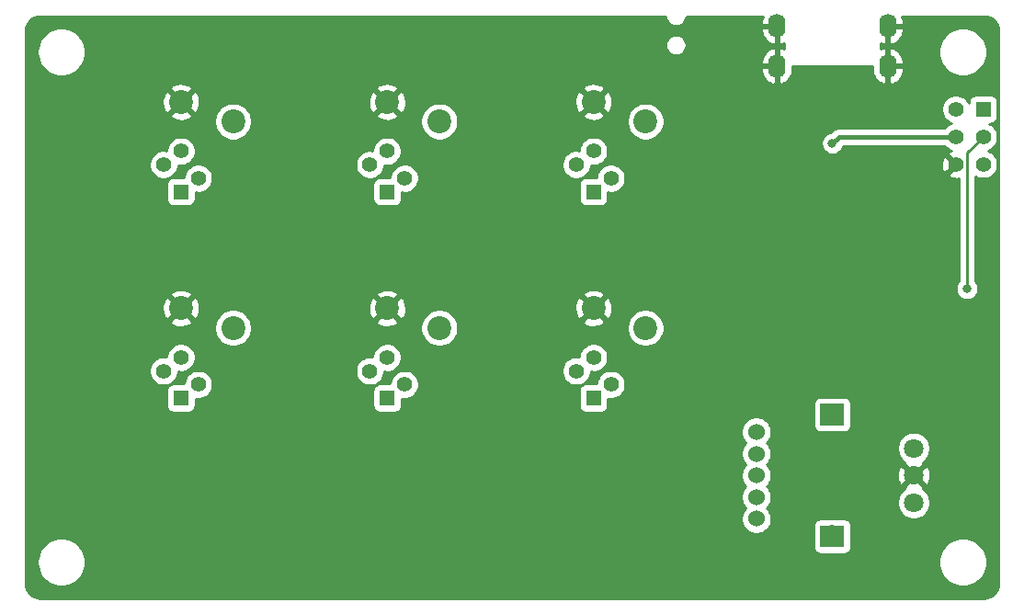
<source format=gbr>
G04 #@! TF.GenerationSoftware,KiCad,Pcbnew,(5.1.0)-1*
G04 #@! TF.CreationDate,2019-05-21T18:44:38+09:00*
G04 #@! TF.ProjectId,sunmeishi,73756e6d-6569-4736-9869-2e6b69636164,rev?*
G04 #@! TF.SameCoordinates,Original*
G04 #@! TF.FileFunction,Copper,L1,Top*
G04 #@! TF.FilePolarity,Positive*
%FSLAX46Y46*%
G04 Gerber Fmt 4.6, Leading zero omitted, Abs format (unit mm)*
G04 Created by KiCad (PCBNEW (5.1.0)-1) date 2019-05-21 18:44:38*
%MOMM*%
%LPD*%
G04 APERTURE LIST*
%ADD10O,1.600000X2.200000*%
%ADD11C,2.200000*%
%ADD12C,1.524000*%
%ADD13C,1.800000*%
%ADD14C,2.000000*%
%ADD15C,1.000000*%
%ADD16R,1.397000X1.397000*%
%ADD17C,1.397000*%
%ADD18R,1.400000X1.400000*%
%ADD19C,1.400000*%
%ADD20C,0.800000*%
%ADD21C,0.400000*%
%ADD22C,0.250000*%
%ADD23C,0.254000*%
G04 APERTURE END LIST*
D10*
X169900000Y-71600000D03*
X180100000Y-71600000D03*
X169900000Y-75300000D03*
X180100000Y-75300000D03*
D11*
X153000000Y-97600000D03*
X157800000Y-99400000D03*
X134000000Y-97600000D03*
X138800000Y-99400000D03*
X119800000Y-99400000D03*
X115000000Y-97600000D03*
X157800000Y-80400000D03*
X153000000Y-78600000D03*
X134000000Y-78600000D03*
X138800000Y-80400000D03*
X119800000Y-80400000D03*
X115000000Y-78600000D03*
D12*
X168000000Y-117000000D03*
X168000000Y-115000000D03*
X168000000Y-113000000D03*
X168000000Y-111000000D03*
X168000000Y-109000000D03*
D13*
X182500000Y-115500000D03*
X182500000Y-113000000D03*
X182500000Y-110500000D03*
D14*
X175000000Y-118600000D03*
D15*
G36*
X176100000Y-119600000D02*
G01*
X173900000Y-119600000D01*
X173900000Y-117600000D01*
X176100000Y-117600000D01*
X176100000Y-119600000D01*
X176100000Y-119600000D01*
G37*
D14*
X175000000Y-107400000D03*
D15*
G36*
X176100000Y-108400000D02*
G01*
X173900000Y-108400000D01*
X173900000Y-106400000D01*
X176100000Y-106400000D01*
X176100000Y-108400000D01*
X176100000Y-108400000D01*
G37*
D16*
X188900000Y-79260000D03*
D17*
X186360000Y-79260000D03*
X188900000Y-81800000D03*
X186360000Y-81800000D03*
X188900000Y-84340000D03*
X186360000Y-84340000D03*
D18*
X153000000Y-105875000D03*
D19*
X154600000Y-104625000D03*
X151400000Y-103375000D03*
X153000000Y-102125000D03*
X134000000Y-102125000D03*
X132400000Y-103375000D03*
X135600000Y-104625000D03*
D18*
X134000000Y-105875000D03*
X115000000Y-105875000D03*
D19*
X116600000Y-104625000D03*
X113400000Y-103375000D03*
X115000000Y-102125000D03*
X153000000Y-83125000D03*
X151400000Y-84375000D03*
X154600000Y-85625000D03*
D18*
X153000000Y-86875000D03*
X134000000Y-86875000D03*
D19*
X135600000Y-85625000D03*
X132400000Y-84375000D03*
X134000000Y-83125000D03*
X115000000Y-83125000D03*
X113400000Y-84375000D03*
X116600000Y-85625000D03*
D18*
X115000000Y-86875000D03*
D20*
X175000000Y-82400000D03*
X187400000Y-95800000D03*
D21*
X186360000Y-81800000D02*
X175600000Y-81800000D01*
X175600000Y-81800000D02*
X175000000Y-82400000D01*
D22*
X188900000Y-81800000D02*
X187400000Y-83300000D01*
X187400000Y-83300000D02*
X187400000Y-95800000D01*
D23*
G36*
X159640000Y-70744552D02*
G01*
X159676892Y-70930022D01*
X159749259Y-71104731D01*
X159854319Y-71261964D01*
X159988036Y-71395681D01*
X160145269Y-71500741D01*
X160319978Y-71573108D01*
X160505448Y-71610000D01*
X160694552Y-71610000D01*
X160880022Y-71573108D01*
X161054731Y-71500741D01*
X161211964Y-71395681D01*
X161345681Y-71261964D01*
X161450741Y-71104731D01*
X161523108Y-70930022D01*
X161560000Y-70744552D01*
X161560000Y-70710000D01*
X168592037Y-70710000D01*
X168517350Y-70895486D01*
X168465000Y-71173000D01*
X168465000Y-71473000D01*
X169773000Y-71473000D01*
X169773000Y-71453000D01*
X170027000Y-71453000D01*
X170027000Y-71473000D01*
X170047000Y-71473000D01*
X170047000Y-71727000D01*
X170027000Y-71727000D01*
X170027000Y-73169915D01*
X170249039Y-73291904D01*
X170331818Y-73274367D01*
X170590001Y-73164416D01*
X170590001Y-73735584D01*
X170331818Y-73625633D01*
X170249039Y-73608096D01*
X170027000Y-73730085D01*
X170027000Y-75173000D01*
X170047000Y-75173000D01*
X170047000Y-75427000D01*
X170027000Y-75427000D01*
X170027000Y-76869915D01*
X170249039Y-76991904D01*
X170331818Y-76974367D01*
X170591646Y-76863715D01*
X170824895Y-76704500D01*
X171022601Y-76502839D01*
X171177166Y-76266483D01*
X171282650Y-76004514D01*
X171335000Y-75727000D01*
X171335000Y-75310000D01*
X178665000Y-75310000D01*
X178665000Y-75727000D01*
X178717350Y-76004514D01*
X178822834Y-76266483D01*
X178977399Y-76502839D01*
X179175105Y-76704500D01*
X179408354Y-76863715D01*
X179668182Y-76974367D01*
X179750961Y-76991904D01*
X179973000Y-76869915D01*
X179973000Y-75427000D01*
X180227000Y-75427000D01*
X180227000Y-76869915D01*
X180449039Y-76991904D01*
X180531818Y-76974367D01*
X180791646Y-76863715D01*
X181024895Y-76704500D01*
X181222601Y-76502839D01*
X181377166Y-76266483D01*
X181482650Y-76004514D01*
X181535000Y-75727000D01*
X181535000Y-75427000D01*
X180227000Y-75427000D01*
X179973000Y-75427000D01*
X179953000Y-75427000D01*
X179953000Y-75173000D01*
X179973000Y-75173000D01*
X179973000Y-73730085D01*
X180227000Y-73730085D01*
X180227000Y-75173000D01*
X181535000Y-75173000D01*
X181535000Y-74873000D01*
X181482650Y-74595486D01*
X181377166Y-74333517D01*
X181222601Y-74097161D01*
X181024895Y-73895500D01*
X180855472Y-73779852D01*
X184764800Y-73779852D01*
X184764800Y-74220148D01*
X184850698Y-74651984D01*
X185019192Y-75058764D01*
X185263807Y-75424857D01*
X185575143Y-75736193D01*
X185941236Y-75980808D01*
X186348016Y-76149302D01*
X186779852Y-76235200D01*
X187220148Y-76235200D01*
X187651984Y-76149302D01*
X188058764Y-75980808D01*
X188424857Y-75736193D01*
X188736193Y-75424857D01*
X188980808Y-75058764D01*
X189149302Y-74651984D01*
X189235200Y-74220148D01*
X189235200Y-73779852D01*
X189149302Y-73348016D01*
X188980808Y-72941236D01*
X188736193Y-72575143D01*
X188424857Y-72263807D01*
X188058764Y-72019192D01*
X187651984Y-71850698D01*
X187220148Y-71764800D01*
X186779852Y-71764800D01*
X186348016Y-71850698D01*
X185941236Y-72019192D01*
X185575143Y-72263807D01*
X185263807Y-72575143D01*
X185019192Y-72941236D01*
X184850698Y-73348016D01*
X184764800Y-73779852D01*
X180855472Y-73779852D01*
X180791646Y-73736285D01*
X180531818Y-73625633D01*
X180449039Y-73608096D01*
X180227000Y-73730085D01*
X179973000Y-73730085D01*
X179750961Y-73608096D01*
X179668182Y-73625633D01*
X179410000Y-73735584D01*
X179410000Y-73164416D01*
X179668182Y-73274367D01*
X179750961Y-73291904D01*
X179973000Y-73169915D01*
X179973000Y-71727000D01*
X180227000Y-71727000D01*
X180227000Y-73169915D01*
X180449039Y-73291904D01*
X180531818Y-73274367D01*
X180791646Y-73163715D01*
X181024895Y-73004500D01*
X181222601Y-72802839D01*
X181377166Y-72566483D01*
X181482650Y-72304514D01*
X181535000Y-72027000D01*
X181535000Y-71727000D01*
X180227000Y-71727000D01*
X179973000Y-71727000D01*
X179953000Y-71727000D01*
X179953000Y-71473000D01*
X179973000Y-71473000D01*
X179973000Y-71453000D01*
X180227000Y-71453000D01*
X180227000Y-71473000D01*
X181535000Y-71473000D01*
X181535000Y-71173000D01*
X181482650Y-70895486D01*
X181407963Y-70710000D01*
X188965279Y-70710000D01*
X189249899Y-70737907D01*
X189490285Y-70810484D01*
X189711991Y-70928368D01*
X189906577Y-71087068D01*
X190066635Y-71280545D01*
X190186064Y-71501424D01*
X190260317Y-71741297D01*
X190290000Y-72023716D01*
X190290001Y-122965269D01*
X190262093Y-123249899D01*
X190189517Y-123490282D01*
X190071633Y-123711989D01*
X189912929Y-123906580D01*
X189719455Y-124066635D01*
X189498576Y-124186064D01*
X189258701Y-124260317D01*
X188976291Y-124290000D01*
X102034721Y-124290000D01*
X101750101Y-124262093D01*
X101509718Y-124189517D01*
X101288011Y-124071633D01*
X101093420Y-123912929D01*
X100933365Y-123719455D01*
X100813936Y-123498576D01*
X100739683Y-123258701D01*
X100710000Y-122976291D01*
X100710000Y-120779852D01*
X101764800Y-120779852D01*
X101764800Y-121220148D01*
X101850698Y-121651984D01*
X102019192Y-122058764D01*
X102263807Y-122424857D01*
X102575143Y-122736193D01*
X102941236Y-122980808D01*
X103348016Y-123149302D01*
X103779852Y-123235200D01*
X104220148Y-123235200D01*
X104651984Y-123149302D01*
X105058764Y-122980808D01*
X105424857Y-122736193D01*
X105736193Y-122424857D01*
X105980808Y-122058764D01*
X106149302Y-121651984D01*
X106235200Y-121220148D01*
X106235200Y-120779852D01*
X184764800Y-120779852D01*
X184764800Y-121220148D01*
X184850698Y-121651984D01*
X185019192Y-122058764D01*
X185263807Y-122424857D01*
X185575143Y-122736193D01*
X185941236Y-122980808D01*
X186348016Y-123149302D01*
X186779852Y-123235200D01*
X187220148Y-123235200D01*
X187651984Y-123149302D01*
X188058764Y-122980808D01*
X188424857Y-122736193D01*
X188736193Y-122424857D01*
X188980808Y-122058764D01*
X189149302Y-121651984D01*
X189235200Y-121220148D01*
X189235200Y-120779852D01*
X189149302Y-120348016D01*
X188980808Y-119941236D01*
X188736193Y-119575143D01*
X188424857Y-119263807D01*
X188058764Y-119019192D01*
X187651984Y-118850698D01*
X187220148Y-118764800D01*
X186779852Y-118764800D01*
X186348016Y-118850698D01*
X185941236Y-119019192D01*
X185575143Y-119263807D01*
X185263807Y-119575143D01*
X185019192Y-119941236D01*
X184850698Y-120348016D01*
X184764800Y-120779852D01*
X106235200Y-120779852D01*
X106149302Y-120348016D01*
X105980808Y-119941236D01*
X105736193Y-119575143D01*
X105424857Y-119263807D01*
X105058764Y-119019192D01*
X104651984Y-118850698D01*
X104220148Y-118764800D01*
X103779852Y-118764800D01*
X103348016Y-118850698D01*
X102941236Y-119019192D01*
X102575143Y-119263807D01*
X102263807Y-119575143D01*
X102019192Y-119941236D01*
X101850698Y-120348016D01*
X101764800Y-120779852D01*
X100710000Y-120779852D01*
X100710000Y-108862408D01*
X166603000Y-108862408D01*
X166603000Y-109137592D01*
X166656686Y-109407490D01*
X166761995Y-109661727D01*
X166914880Y-109890535D01*
X167024345Y-110000000D01*
X166914880Y-110109465D01*
X166761995Y-110338273D01*
X166656686Y-110592510D01*
X166603000Y-110862408D01*
X166603000Y-111137592D01*
X166656686Y-111407490D01*
X166761995Y-111661727D01*
X166914880Y-111890535D01*
X167024345Y-112000000D01*
X166914880Y-112109465D01*
X166761995Y-112338273D01*
X166656686Y-112592510D01*
X166603000Y-112862408D01*
X166603000Y-113137592D01*
X166656686Y-113407490D01*
X166761995Y-113661727D01*
X166914880Y-113890535D01*
X167024345Y-114000000D01*
X166914880Y-114109465D01*
X166761995Y-114338273D01*
X166656686Y-114592510D01*
X166603000Y-114862408D01*
X166603000Y-115137592D01*
X166656686Y-115407490D01*
X166761995Y-115661727D01*
X166914880Y-115890535D01*
X167024345Y-116000000D01*
X166914880Y-116109465D01*
X166761995Y-116338273D01*
X166656686Y-116592510D01*
X166603000Y-116862408D01*
X166603000Y-117137592D01*
X166656686Y-117407490D01*
X166761995Y-117661727D01*
X166914880Y-117890535D01*
X167109465Y-118085120D01*
X167338273Y-118238005D01*
X167592510Y-118343314D01*
X167862408Y-118397000D01*
X168137592Y-118397000D01*
X168407490Y-118343314D01*
X168661727Y-118238005D01*
X168890535Y-118085120D01*
X169085120Y-117890535D01*
X169238005Y-117661727D01*
X169263573Y-117600000D01*
X173261928Y-117600000D01*
X173261928Y-119600000D01*
X173274188Y-119724482D01*
X173310498Y-119844180D01*
X173369463Y-119954494D01*
X173448815Y-120051185D01*
X173545506Y-120130537D01*
X173655820Y-120189502D01*
X173775518Y-120225812D01*
X173900000Y-120238072D01*
X176100000Y-120238072D01*
X176224482Y-120225812D01*
X176344180Y-120189502D01*
X176454494Y-120130537D01*
X176551185Y-120051185D01*
X176630537Y-119954494D01*
X176689502Y-119844180D01*
X176725812Y-119724482D01*
X176738072Y-119600000D01*
X176738072Y-117600000D01*
X176725812Y-117475518D01*
X176689502Y-117355820D01*
X176630537Y-117245506D01*
X176551185Y-117148815D01*
X176454494Y-117069463D01*
X176344180Y-117010498D01*
X176224482Y-116974188D01*
X176100000Y-116961928D01*
X173900000Y-116961928D01*
X173775518Y-116974188D01*
X173655820Y-117010498D01*
X173545506Y-117069463D01*
X173448815Y-117148815D01*
X173369463Y-117245506D01*
X173310498Y-117355820D01*
X173274188Y-117475518D01*
X173261928Y-117600000D01*
X169263573Y-117600000D01*
X169343314Y-117407490D01*
X169397000Y-117137592D01*
X169397000Y-116862408D01*
X169343314Y-116592510D01*
X169238005Y-116338273D01*
X169085120Y-116109465D01*
X168975655Y-116000000D01*
X169085120Y-115890535D01*
X169238005Y-115661727D01*
X169343314Y-115407490D01*
X169354984Y-115348816D01*
X180965000Y-115348816D01*
X180965000Y-115651184D01*
X181023989Y-115947743D01*
X181139701Y-116227095D01*
X181307688Y-116478505D01*
X181521495Y-116692312D01*
X181772905Y-116860299D01*
X182052257Y-116976011D01*
X182348816Y-117035000D01*
X182651184Y-117035000D01*
X182947743Y-116976011D01*
X183227095Y-116860299D01*
X183478505Y-116692312D01*
X183692312Y-116478505D01*
X183860299Y-116227095D01*
X183976011Y-115947743D01*
X184035000Y-115651184D01*
X184035000Y-115348816D01*
X183976011Y-115052257D01*
X183860299Y-114772905D01*
X183692312Y-114521495D01*
X183478505Y-114307688D01*
X183335690Y-114212262D01*
X183384475Y-114064080D01*
X182500000Y-113179605D01*
X181615525Y-114064080D01*
X181664310Y-114212262D01*
X181521495Y-114307688D01*
X181307688Y-114521495D01*
X181139701Y-114772905D01*
X181023989Y-115052257D01*
X180965000Y-115348816D01*
X169354984Y-115348816D01*
X169397000Y-115137592D01*
X169397000Y-114862408D01*
X169343314Y-114592510D01*
X169238005Y-114338273D01*
X169085120Y-114109465D01*
X168975655Y-114000000D01*
X169085120Y-113890535D01*
X169238005Y-113661727D01*
X169343314Y-113407490D01*
X169397000Y-113137592D01*
X169397000Y-113066553D01*
X180959009Y-113066553D01*
X181001603Y-113365907D01*
X181101778Y-113651199D01*
X181181739Y-113800792D01*
X181435920Y-113884475D01*
X182320395Y-113000000D01*
X182679605Y-113000000D01*
X183564080Y-113884475D01*
X183818261Y-113800792D01*
X183949158Y-113528225D01*
X184024365Y-113235358D01*
X184040991Y-112933447D01*
X183998397Y-112634093D01*
X183898222Y-112348801D01*
X183818261Y-112199208D01*
X183564080Y-112115525D01*
X182679605Y-113000000D01*
X182320395Y-113000000D01*
X181435920Y-112115525D01*
X181181739Y-112199208D01*
X181050842Y-112471775D01*
X180975635Y-112764642D01*
X180959009Y-113066553D01*
X169397000Y-113066553D01*
X169397000Y-112862408D01*
X169343314Y-112592510D01*
X169238005Y-112338273D01*
X169085120Y-112109465D01*
X168975655Y-112000000D01*
X169085120Y-111890535D01*
X169238005Y-111661727D01*
X169343314Y-111407490D01*
X169397000Y-111137592D01*
X169397000Y-110862408D01*
X169343314Y-110592510D01*
X169242373Y-110348816D01*
X180965000Y-110348816D01*
X180965000Y-110651184D01*
X181023989Y-110947743D01*
X181139701Y-111227095D01*
X181307688Y-111478505D01*
X181521495Y-111692312D01*
X181664310Y-111787738D01*
X181615525Y-111935920D01*
X182500000Y-112820395D01*
X183384475Y-111935920D01*
X183335690Y-111787738D01*
X183478505Y-111692312D01*
X183692312Y-111478505D01*
X183860299Y-111227095D01*
X183976011Y-110947743D01*
X184035000Y-110651184D01*
X184035000Y-110348816D01*
X183976011Y-110052257D01*
X183860299Y-109772905D01*
X183692312Y-109521495D01*
X183478505Y-109307688D01*
X183227095Y-109139701D01*
X182947743Y-109023989D01*
X182651184Y-108965000D01*
X182348816Y-108965000D01*
X182052257Y-109023989D01*
X181772905Y-109139701D01*
X181521495Y-109307688D01*
X181307688Y-109521495D01*
X181139701Y-109772905D01*
X181023989Y-110052257D01*
X180965000Y-110348816D01*
X169242373Y-110348816D01*
X169238005Y-110338273D01*
X169085120Y-110109465D01*
X168975655Y-110000000D01*
X169085120Y-109890535D01*
X169238005Y-109661727D01*
X169343314Y-109407490D01*
X169397000Y-109137592D01*
X169397000Y-108862408D01*
X169343314Y-108592510D01*
X169238005Y-108338273D01*
X169085120Y-108109465D01*
X168890535Y-107914880D01*
X168661727Y-107761995D01*
X168407490Y-107656686D01*
X168137592Y-107603000D01*
X167862408Y-107603000D01*
X167592510Y-107656686D01*
X167338273Y-107761995D01*
X167109465Y-107914880D01*
X166914880Y-108109465D01*
X166761995Y-108338273D01*
X166656686Y-108592510D01*
X166603000Y-108862408D01*
X100710000Y-108862408D01*
X100710000Y-105175000D01*
X113661928Y-105175000D01*
X113661928Y-106575000D01*
X113674188Y-106699482D01*
X113710498Y-106819180D01*
X113769463Y-106929494D01*
X113848815Y-107026185D01*
X113945506Y-107105537D01*
X114055820Y-107164502D01*
X114175518Y-107200812D01*
X114300000Y-107213072D01*
X115700000Y-107213072D01*
X115824482Y-107200812D01*
X115944180Y-107164502D01*
X116054494Y-107105537D01*
X116151185Y-107026185D01*
X116230537Y-106929494D01*
X116289502Y-106819180D01*
X116325812Y-106699482D01*
X116338072Y-106575000D01*
X116338072Y-105934053D01*
X116468514Y-105960000D01*
X116731486Y-105960000D01*
X116989405Y-105908696D01*
X117232359Y-105808061D01*
X117451013Y-105661962D01*
X117636962Y-105476013D01*
X117783061Y-105257359D01*
X117817175Y-105175000D01*
X132661928Y-105175000D01*
X132661928Y-106575000D01*
X132674188Y-106699482D01*
X132710498Y-106819180D01*
X132769463Y-106929494D01*
X132848815Y-107026185D01*
X132945506Y-107105537D01*
X133055820Y-107164502D01*
X133175518Y-107200812D01*
X133300000Y-107213072D01*
X134700000Y-107213072D01*
X134824482Y-107200812D01*
X134944180Y-107164502D01*
X135054494Y-107105537D01*
X135151185Y-107026185D01*
X135230537Y-106929494D01*
X135289502Y-106819180D01*
X135325812Y-106699482D01*
X135338072Y-106575000D01*
X135338072Y-105934053D01*
X135468514Y-105960000D01*
X135731486Y-105960000D01*
X135989405Y-105908696D01*
X136232359Y-105808061D01*
X136451013Y-105661962D01*
X136636962Y-105476013D01*
X136783061Y-105257359D01*
X136817175Y-105175000D01*
X151661928Y-105175000D01*
X151661928Y-106575000D01*
X151674188Y-106699482D01*
X151710498Y-106819180D01*
X151769463Y-106929494D01*
X151848815Y-107026185D01*
X151945506Y-107105537D01*
X152055820Y-107164502D01*
X152175518Y-107200812D01*
X152300000Y-107213072D01*
X153700000Y-107213072D01*
X153824482Y-107200812D01*
X153944180Y-107164502D01*
X154054494Y-107105537D01*
X154151185Y-107026185D01*
X154230537Y-106929494D01*
X154289502Y-106819180D01*
X154325812Y-106699482D01*
X154338072Y-106575000D01*
X154338072Y-106400000D01*
X173261928Y-106400000D01*
X173261928Y-108400000D01*
X173274188Y-108524482D01*
X173310498Y-108644180D01*
X173369463Y-108754494D01*
X173448815Y-108851185D01*
X173545506Y-108930537D01*
X173655820Y-108989502D01*
X173775518Y-109025812D01*
X173900000Y-109038072D01*
X176100000Y-109038072D01*
X176224482Y-109025812D01*
X176344180Y-108989502D01*
X176454494Y-108930537D01*
X176551185Y-108851185D01*
X176630537Y-108754494D01*
X176689502Y-108644180D01*
X176725812Y-108524482D01*
X176738072Y-108400000D01*
X176738072Y-106400000D01*
X176725812Y-106275518D01*
X176689502Y-106155820D01*
X176630537Y-106045506D01*
X176551185Y-105948815D01*
X176454494Y-105869463D01*
X176344180Y-105810498D01*
X176224482Y-105774188D01*
X176100000Y-105761928D01*
X173900000Y-105761928D01*
X173775518Y-105774188D01*
X173655820Y-105810498D01*
X173545506Y-105869463D01*
X173448815Y-105948815D01*
X173369463Y-106045506D01*
X173310498Y-106155820D01*
X173274188Y-106275518D01*
X173261928Y-106400000D01*
X154338072Y-106400000D01*
X154338072Y-105934053D01*
X154468514Y-105960000D01*
X154731486Y-105960000D01*
X154989405Y-105908696D01*
X155232359Y-105808061D01*
X155451013Y-105661962D01*
X155636962Y-105476013D01*
X155783061Y-105257359D01*
X155883696Y-105014405D01*
X155935000Y-104756486D01*
X155935000Y-104493514D01*
X155883696Y-104235595D01*
X155783061Y-103992641D01*
X155636962Y-103773987D01*
X155451013Y-103588038D01*
X155232359Y-103441939D01*
X154989405Y-103341304D01*
X154731486Y-103290000D01*
X154468514Y-103290000D01*
X154210595Y-103341304D01*
X153967641Y-103441939D01*
X153748987Y-103588038D01*
X153563038Y-103773987D01*
X153416939Y-103992641D01*
X153316304Y-104235595D01*
X153265000Y-104493514D01*
X153265000Y-104536928D01*
X152300000Y-104536928D01*
X152175518Y-104549188D01*
X152055820Y-104585498D01*
X151945506Y-104644463D01*
X151848815Y-104723815D01*
X151769463Y-104820506D01*
X151710498Y-104930820D01*
X151674188Y-105050518D01*
X151661928Y-105175000D01*
X136817175Y-105175000D01*
X136883696Y-105014405D01*
X136935000Y-104756486D01*
X136935000Y-104493514D01*
X136883696Y-104235595D01*
X136783061Y-103992641D01*
X136636962Y-103773987D01*
X136451013Y-103588038D01*
X136232359Y-103441939D01*
X135989405Y-103341304D01*
X135731486Y-103290000D01*
X135468514Y-103290000D01*
X135210595Y-103341304D01*
X134967641Y-103441939D01*
X134748987Y-103588038D01*
X134563038Y-103773987D01*
X134416939Y-103992641D01*
X134316304Y-104235595D01*
X134265000Y-104493514D01*
X134265000Y-104536928D01*
X133300000Y-104536928D01*
X133175518Y-104549188D01*
X133055820Y-104585498D01*
X132945506Y-104644463D01*
X132848815Y-104723815D01*
X132769463Y-104820506D01*
X132710498Y-104930820D01*
X132674188Y-105050518D01*
X132661928Y-105175000D01*
X117817175Y-105175000D01*
X117883696Y-105014405D01*
X117935000Y-104756486D01*
X117935000Y-104493514D01*
X117883696Y-104235595D01*
X117783061Y-103992641D01*
X117636962Y-103773987D01*
X117451013Y-103588038D01*
X117232359Y-103441939D01*
X116989405Y-103341304D01*
X116731486Y-103290000D01*
X116468514Y-103290000D01*
X116210595Y-103341304D01*
X115967641Y-103441939D01*
X115748987Y-103588038D01*
X115563038Y-103773987D01*
X115416939Y-103992641D01*
X115316304Y-104235595D01*
X115265000Y-104493514D01*
X115265000Y-104536928D01*
X114300000Y-104536928D01*
X114175518Y-104549188D01*
X114055820Y-104585498D01*
X113945506Y-104644463D01*
X113848815Y-104723815D01*
X113769463Y-104820506D01*
X113710498Y-104930820D01*
X113674188Y-105050518D01*
X113661928Y-105175000D01*
X100710000Y-105175000D01*
X100710000Y-103243514D01*
X112065000Y-103243514D01*
X112065000Y-103506486D01*
X112116304Y-103764405D01*
X112216939Y-104007359D01*
X112363038Y-104226013D01*
X112548987Y-104411962D01*
X112767641Y-104558061D01*
X113010595Y-104658696D01*
X113268514Y-104710000D01*
X113531486Y-104710000D01*
X113789405Y-104658696D01*
X114032359Y-104558061D01*
X114251013Y-104411962D01*
X114436962Y-104226013D01*
X114583061Y-104007359D01*
X114683696Y-103764405D01*
X114735000Y-103506486D01*
X114735000Y-103433442D01*
X114868514Y-103460000D01*
X115131486Y-103460000D01*
X115389405Y-103408696D01*
X115632359Y-103308061D01*
X115728961Y-103243514D01*
X131065000Y-103243514D01*
X131065000Y-103506486D01*
X131116304Y-103764405D01*
X131216939Y-104007359D01*
X131363038Y-104226013D01*
X131548987Y-104411962D01*
X131767641Y-104558061D01*
X132010595Y-104658696D01*
X132268514Y-104710000D01*
X132531486Y-104710000D01*
X132789405Y-104658696D01*
X133032359Y-104558061D01*
X133251013Y-104411962D01*
X133436962Y-104226013D01*
X133583061Y-104007359D01*
X133683696Y-103764405D01*
X133735000Y-103506486D01*
X133735000Y-103433442D01*
X133868514Y-103460000D01*
X134131486Y-103460000D01*
X134389405Y-103408696D01*
X134632359Y-103308061D01*
X134728961Y-103243514D01*
X150065000Y-103243514D01*
X150065000Y-103506486D01*
X150116304Y-103764405D01*
X150216939Y-104007359D01*
X150363038Y-104226013D01*
X150548987Y-104411962D01*
X150767641Y-104558061D01*
X151010595Y-104658696D01*
X151268514Y-104710000D01*
X151531486Y-104710000D01*
X151789405Y-104658696D01*
X152032359Y-104558061D01*
X152251013Y-104411962D01*
X152436962Y-104226013D01*
X152583061Y-104007359D01*
X152683696Y-103764405D01*
X152735000Y-103506486D01*
X152735000Y-103433442D01*
X152868514Y-103460000D01*
X153131486Y-103460000D01*
X153389405Y-103408696D01*
X153632359Y-103308061D01*
X153851013Y-103161962D01*
X154036962Y-102976013D01*
X154183061Y-102757359D01*
X154283696Y-102514405D01*
X154335000Y-102256486D01*
X154335000Y-101993514D01*
X154283696Y-101735595D01*
X154183061Y-101492641D01*
X154036962Y-101273987D01*
X153851013Y-101088038D01*
X153632359Y-100941939D01*
X153389405Y-100841304D01*
X153131486Y-100790000D01*
X152868514Y-100790000D01*
X152610595Y-100841304D01*
X152367641Y-100941939D01*
X152148987Y-101088038D01*
X151963038Y-101273987D01*
X151816939Y-101492641D01*
X151716304Y-101735595D01*
X151665000Y-101993514D01*
X151665000Y-102066558D01*
X151531486Y-102040000D01*
X151268514Y-102040000D01*
X151010595Y-102091304D01*
X150767641Y-102191939D01*
X150548987Y-102338038D01*
X150363038Y-102523987D01*
X150216939Y-102742641D01*
X150116304Y-102985595D01*
X150065000Y-103243514D01*
X134728961Y-103243514D01*
X134851013Y-103161962D01*
X135036962Y-102976013D01*
X135183061Y-102757359D01*
X135283696Y-102514405D01*
X135335000Y-102256486D01*
X135335000Y-101993514D01*
X135283696Y-101735595D01*
X135183061Y-101492641D01*
X135036962Y-101273987D01*
X134851013Y-101088038D01*
X134632359Y-100941939D01*
X134389405Y-100841304D01*
X134131486Y-100790000D01*
X133868514Y-100790000D01*
X133610595Y-100841304D01*
X133367641Y-100941939D01*
X133148987Y-101088038D01*
X132963038Y-101273987D01*
X132816939Y-101492641D01*
X132716304Y-101735595D01*
X132665000Y-101993514D01*
X132665000Y-102066558D01*
X132531486Y-102040000D01*
X132268514Y-102040000D01*
X132010595Y-102091304D01*
X131767641Y-102191939D01*
X131548987Y-102338038D01*
X131363038Y-102523987D01*
X131216939Y-102742641D01*
X131116304Y-102985595D01*
X131065000Y-103243514D01*
X115728961Y-103243514D01*
X115851013Y-103161962D01*
X116036962Y-102976013D01*
X116183061Y-102757359D01*
X116283696Y-102514405D01*
X116335000Y-102256486D01*
X116335000Y-101993514D01*
X116283696Y-101735595D01*
X116183061Y-101492641D01*
X116036962Y-101273987D01*
X115851013Y-101088038D01*
X115632359Y-100941939D01*
X115389405Y-100841304D01*
X115131486Y-100790000D01*
X114868514Y-100790000D01*
X114610595Y-100841304D01*
X114367641Y-100941939D01*
X114148987Y-101088038D01*
X113963038Y-101273987D01*
X113816939Y-101492641D01*
X113716304Y-101735595D01*
X113665000Y-101993514D01*
X113665000Y-102066558D01*
X113531486Y-102040000D01*
X113268514Y-102040000D01*
X113010595Y-102091304D01*
X112767641Y-102191939D01*
X112548987Y-102338038D01*
X112363038Y-102523987D01*
X112216939Y-102742641D01*
X112116304Y-102985595D01*
X112065000Y-103243514D01*
X100710000Y-103243514D01*
X100710000Y-98806712D01*
X113972893Y-98806712D01*
X114080726Y-99081338D01*
X114387384Y-99232216D01*
X114717585Y-99320369D01*
X115058639Y-99342409D01*
X115397439Y-99297489D01*
X115598252Y-99229117D01*
X118065000Y-99229117D01*
X118065000Y-99570883D01*
X118131675Y-99906081D01*
X118262463Y-100221831D01*
X118452337Y-100505998D01*
X118694002Y-100747663D01*
X118978169Y-100937537D01*
X119293919Y-101068325D01*
X119629117Y-101135000D01*
X119970883Y-101135000D01*
X120306081Y-101068325D01*
X120621831Y-100937537D01*
X120905998Y-100747663D01*
X121147663Y-100505998D01*
X121337537Y-100221831D01*
X121468325Y-99906081D01*
X121535000Y-99570883D01*
X121535000Y-99229117D01*
X121468325Y-98893919D01*
X121432203Y-98806712D01*
X132972893Y-98806712D01*
X133080726Y-99081338D01*
X133387384Y-99232216D01*
X133717585Y-99320369D01*
X134058639Y-99342409D01*
X134397439Y-99297489D01*
X134598252Y-99229117D01*
X137065000Y-99229117D01*
X137065000Y-99570883D01*
X137131675Y-99906081D01*
X137262463Y-100221831D01*
X137452337Y-100505998D01*
X137694002Y-100747663D01*
X137978169Y-100937537D01*
X138293919Y-101068325D01*
X138629117Y-101135000D01*
X138970883Y-101135000D01*
X139306081Y-101068325D01*
X139621831Y-100937537D01*
X139905998Y-100747663D01*
X140147663Y-100505998D01*
X140337537Y-100221831D01*
X140468325Y-99906081D01*
X140535000Y-99570883D01*
X140535000Y-99229117D01*
X140468325Y-98893919D01*
X140432203Y-98806712D01*
X151972893Y-98806712D01*
X152080726Y-99081338D01*
X152387384Y-99232216D01*
X152717585Y-99320369D01*
X153058639Y-99342409D01*
X153397439Y-99297489D01*
X153598252Y-99229117D01*
X156065000Y-99229117D01*
X156065000Y-99570883D01*
X156131675Y-99906081D01*
X156262463Y-100221831D01*
X156452337Y-100505998D01*
X156694002Y-100747663D01*
X156978169Y-100937537D01*
X157293919Y-101068325D01*
X157629117Y-101135000D01*
X157970883Y-101135000D01*
X158306081Y-101068325D01*
X158621831Y-100937537D01*
X158905998Y-100747663D01*
X159147663Y-100505998D01*
X159337537Y-100221831D01*
X159468325Y-99906081D01*
X159535000Y-99570883D01*
X159535000Y-99229117D01*
X159468325Y-98893919D01*
X159337537Y-98578169D01*
X159147663Y-98294002D01*
X158905998Y-98052337D01*
X158621831Y-97862463D01*
X158306081Y-97731675D01*
X157970883Y-97665000D01*
X157629117Y-97665000D01*
X157293919Y-97731675D01*
X156978169Y-97862463D01*
X156694002Y-98052337D01*
X156452337Y-98294002D01*
X156262463Y-98578169D01*
X156131675Y-98893919D01*
X156065000Y-99229117D01*
X153598252Y-99229117D01*
X153720966Y-99187336D01*
X153919274Y-99081338D01*
X154027107Y-98806712D01*
X153000000Y-97779605D01*
X151972893Y-98806712D01*
X140432203Y-98806712D01*
X140337537Y-98578169D01*
X140147663Y-98294002D01*
X139905998Y-98052337D01*
X139621831Y-97862463D01*
X139306081Y-97731675D01*
X138970883Y-97665000D01*
X138629117Y-97665000D01*
X138293919Y-97731675D01*
X137978169Y-97862463D01*
X137694002Y-98052337D01*
X137452337Y-98294002D01*
X137262463Y-98578169D01*
X137131675Y-98893919D01*
X137065000Y-99229117D01*
X134598252Y-99229117D01*
X134720966Y-99187336D01*
X134919274Y-99081338D01*
X135027107Y-98806712D01*
X134000000Y-97779605D01*
X132972893Y-98806712D01*
X121432203Y-98806712D01*
X121337537Y-98578169D01*
X121147663Y-98294002D01*
X120905998Y-98052337D01*
X120621831Y-97862463D01*
X120306081Y-97731675D01*
X119970883Y-97665000D01*
X119629117Y-97665000D01*
X119293919Y-97731675D01*
X118978169Y-97862463D01*
X118694002Y-98052337D01*
X118452337Y-98294002D01*
X118262463Y-98578169D01*
X118131675Y-98893919D01*
X118065000Y-99229117D01*
X115598252Y-99229117D01*
X115720966Y-99187336D01*
X115919274Y-99081338D01*
X116027107Y-98806712D01*
X115000000Y-97779605D01*
X113972893Y-98806712D01*
X100710000Y-98806712D01*
X100710000Y-97658639D01*
X113257591Y-97658639D01*
X113302511Y-97997439D01*
X113412664Y-98320966D01*
X113518662Y-98519274D01*
X113793288Y-98627107D01*
X114820395Y-97600000D01*
X115179605Y-97600000D01*
X116206712Y-98627107D01*
X116481338Y-98519274D01*
X116632216Y-98212616D01*
X116720369Y-97882415D01*
X116734830Y-97658639D01*
X132257591Y-97658639D01*
X132302511Y-97997439D01*
X132412664Y-98320966D01*
X132518662Y-98519274D01*
X132793288Y-98627107D01*
X133820395Y-97600000D01*
X134179605Y-97600000D01*
X135206712Y-98627107D01*
X135481338Y-98519274D01*
X135632216Y-98212616D01*
X135720369Y-97882415D01*
X135734830Y-97658639D01*
X151257591Y-97658639D01*
X151302511Y-97997439D01*
X151412664Y-98320966D01*
X151518662Y-98519274D01*
X151793288Y-98627107D01*
X152820395Y-97600000D01*
X153179605Y-97600000D01*
X154206712Y-98627107D01*
X154481338Y-98519274D01*
X154632216Y-98212616D01*
X154720369Y-97882415D01*
X154742409Y-97541361D01*
X154697489Y-97202561D01*
X154587336Y-96879034D01*
X154481338Y-96680726D01*
X154206712Y-96572893D01*
X153179605Y-97600000D01*
X152820395Y-97600000D01*
X151793288Y-96572893D01*
X151518662Y-96680726D01*
X151367784Y-96987384D01*
X151279631Y-97317585D01*
X151257591Y-97658639D01*
X135734830Y-97658639D01*
X135742409Y-97541361D01*
X135697489Y-97202561D01*
X135587336Y-96879034D01*
X135481338Y-96680726D01*
X135206712Y-96572893D01*
X134179605Y-97600000D01*
X133820395Y-97600000D01*
X132793288Y-96572893D01*
X132518662Y-96680726D01*
X132367784Y-96987384D01*
X132279631Y-97317585D01*
X132257591Y-97658639D01*
X116734830Y-97658639D01*
X116742409Y-97541361D01*
X116697489Y-97202561D01*
X116587336Y-96879034D01*
X116481338Y-96680726D01*
X116206712Y-96572893D01*
X115179605Y-97600000D01*
X114820395Y-97600000D01*
X113793288Y-96572893D01*
X113518662Y-96680726D01*
X113367784Y-96987384D01*
X113279631Y-97317585D01*
X113257591Y-97658639D01*
X100710000Y-97658639D01*
X100710000Y-96393288D01*
X113972893Y-96393288D01*
X115000000Y-97420395D01*
X116027107Y-96393288D01*
X132972893Y-96393288D01*
X134000000Y-97420395D01*
X135027107Y-96393288D01*
X151972893Y-96393288D01*
X153000000Y-97420395D01*
X154027107Y-96393288D01*
X153919274Y-96118662D01*
X153612616Y-95967784D01*
X153282415Y-95879631D01*
X152941361Y-95857591D01*
X152602561Y-95902511D01*
X152279034Y-96012664D01*
X152080726Y-96118662D01*
X151972893Y-96393288D01*
X135027107Y-96393288D01*
X134919274Y-96118662D01*
X134612616Y-95967784D01*
X134282415Y-95879631D01*
X133941361Y-95857591D01*
X133602561Y-95902511D01*
X133279034Y-96012664D01*
X133080726Y-96118662D01*
X132972893Y-96393288D01*
X116027107Y-96393288D01*
X115919274Y-96118662D01*
X115612616Y-95967784D01*
X115282415Y-95879631D01*
X114941361Y-95857591D01*
X114602561Y-95902511D01*
X114279034Y-96012664D01*
X114080726Y-96118662D01*
X113972893Y-96393288D01*
X100710000Y-96393288D01*
X100710000Y-86175000D01*
X113661928Y-86175000D01*
X113661928Y-87575000D01*
X113674188Y-87699482D01*
X113710498Y-87819180D01*
X113769463Y-87929494D01*
X113848815Y-88026185D01*
X113945506Y-88105537D01*
X114055820Y-88164502D01*
X114175518Y-88200812D01*
X114300000Y-88213072D01*
X115700000Y-88213072D01*
X115824482Y-88200812D01*
X115944180Y-88164502D01*
X116054494Y-88105537D01*
X116151185Y-88026185D01*
X116230537Y-87929494D01*
X116289502Y-87819180D01*
X116325812Y-87699482D01*
X116338072Y-87575000D01*
X116338072Y-86934053D01*
X116468514Y-86960000D01*
X116731486Y-86960000D01*
X116989405Y-86908696D01*
X117232359Y-86808061D01*
X117451013Y-86661962D01*
X117636962Y-86476013D01*
X117783061Y-86257359D01*
X117817175Y-86175000D01*
X132661928Y-86175000D01*
X132661928Y-87575000D01*
X132674188Y-87699482D01*
X132710498Y-87819180D01*
X132769463Y-87929494D01*
X132848815Y-88026185D01*
X132945506Y-88105537D01*
X133055820Y-88164502D01*
X133175518Y-88200812D01*
X133300000Y-88213072D01*
X134700000Y-88213072D01*
X134824482Y-88200812D01*
X134944180Y-88164502D01*
X135054494Y-88105537D01*
X135151185Y-88026185D01*
X135230537Y-87929494D01*
X135289502Y-87819180D01*
X135325812Y-87699482D01*
X135338072Y-87575000D01*
X135338072Y-86934053D01*
X135468514Y-86960000D01*
X135731486Y-86960000D01*
X135989405Y-86908696D01*
X136232359Y-86808061D01*
X136451013Y-86661962D01*
X136636962Y-86476013D01*
X136783061Y-86257359D01*
X136817175Y-86175000D01*
X151661928Y-86175000D01*
X151661928Y-87575000D01*
X151674188Y-87699482D01*
X151710498Y-87819180D01*
X151769463Y-87929494D01*
X151848815Y-88026185D01*
X151945506Y-88105537D01*
X152055820Y-88164502D01*
X152175518Y-88200812D01*
X152300000Y-88213072D01*
X153700000Y-88213072D01*
X153824482Y-88200812D01*
X153944180Y-88164502D01*
X154054494Y-88105537D01*
X154151185Y-88026185D01*
X154230537Y-87929494D01*
X154289502Y-87819180D01*
X154325812Y-87699482D01*
X154338072Y-87575000D01*
X154338072Y-86934053D01*
X154468514Y-86960000D01*
X154731486Y-86960000D01*
X154989405Y-86908696D01*
X155232359Y-86808061D01*
X155451013Y-86661962D01*
X155636962Y-86476013D01*
X155783061Y-86257359D01*
X155883696Y-86014405D01*
X155935000Y-85756486D01*
X155935000Y-85493514D01*
X155883696Y-85235595D01*
X155783061Y-84992641D01*
X155636962Y-84773987D01*
X155451013Y-84588038D01*
X155232359Y-84441939D01*
X155166196Y-84414533D01*
X185022124Y-84414533D01*
X185062371Y-84674107D01*
X185152486Y-84920842D01*
X185206188Y-85021314D01*
X185439803Y-85080592D01*
X186180395Y-84340000D01*
X185439803Y-83599408D01*
X185206188Y-83658686D01*
X185095441Y-83896875D01*
X185033289Y-84152093D01*
X185022124Y-84414533D01*
X155166196Y-84414533D01*
X154989405Y-84341304D01*
X154731486Y-84290000D01*
X154468514Y-84290000D01*
X154210595Y-84341304D01*
X153967641Y-84441939D01*
X153748987Y-84588038D01*
X153563038Y-84773987D01*
X153416939Y-84992641D01*
X153316304Y-85235595D01*
X153265000Y-85493514D01*
X153265000Y-85536928D01*
X152300000Y-85536928D01*
X152175518Y-85549188D01*
X152055820Y-85585498D01*
X151945506Y-85644463D01*
X151848815Y-85723815D01*
X151769463Y-85820506D01*
X151710498Y-85930820D01*
X151674188Y-86050518D01*
X151661928Y-86175000D01*
X136817175Y-86175000D01*
X136883696Y-86014405D01*
X136935000Y-85756486D01*
X136935000Y-85493514D01*
X136883696Y-85235595D01*
X136783061Y-84992641D01*
X136636962Y-84773987D01*
X136451013Y-84588038D01*
X136232359Y-84441939D01*
X135989405Y-84341304D01*
X135731486Y-84290000D01*
X135468514Y-84290000D01*
X135210595Y-84341304D01*
X134967641Y-84441939D01*
X134748987Y-84588038D01*
X134563038Y-84773987D01*
X134416939Y-84992641D01*
X134316304Y-85235595D01*
X134265000Y-85493514D01*
X134265000Y-85536928D01*
X133300000Y-85536928D01*
X133175518Y-85549188D01*
X133055820Y-85585498D01*
X132945506Y-85644463D01*
X132848815Y-85723815D01*
X132769463Y-85820506D01*
X132710498Y-85930820D01*
X132674188Y-86050518D01*
X132661928Y-86175000D01*
X117817175Y-86175000D01*
X117883696Y-86014405D01*
X117935000Y-85756486D01*
X117935000Y-85493514D01*
X117883696Y-85235595D01*
X117783061Y-84992641D01*
X117636962Y-84773987D01*
X117451013Y-84588038D01*
X117232359Y-84441939D01*
X116989405Y-84341304D01*
X116731486Y-84290000D01*
X116468514Y-84290000D01*
X116210595Y-84341304D01*
X115967641Y-84441939D01*
X115748987Y-84588038D01*
X115563038Y-84773987D01*
X115416939Y-84992641D01*
X115316304Y-85235595D01*
X115265000Y-85493514D01*
X115265000Y-85536928D01*
X114300000Y-85536928D01*
X114175518Y-85549188D01*
X114055820Y-85585498D01*
X113945506Y-85644463D01*
X113848815Y-85723815D01*
X113769463Y-85820506D01*
X113710498Y-85930820D01*
X113674188Y-86050518D01*
X113661928Y-86175000D01*
X100710000Y-86175000D01*
X100710000Y-84243514D01*
X112065000Y-84243514D01*
X112065000Y-84506486D01*
X112116304Y-84764405D01*
X112216939Y-85007359D01*
X112363038Y-85226013D01*
X112548987Y-85411962D01*
X112767641Y-85558061D01*
X113010595Y-85658696D01*
X113268514Y-85710000D01*
X113531486Y-85710000D01*
X113789405Y-85658696D01*
X114032359Y-85558061D01*
X114251013Y-85411962D01*
X114436962Y-85226013D01*
X114583061Y-85007359D01*
X114683696Y-84764405D01*
X114735000Y-84506486D01*
X114735000Y-84433442D01*
X114868514Y-84460000D01*
X115131486Y-84460000D01*
X115389405Y-84408696D01*
X115632359Y-84308061D01*
X115728961Y-84243514D01*
X131065000Y-84243514D01*
X131065000Y-84506486D01*
X131116304Y-84764405D01*
X131216939Y-85007359D01*
X131363038Y-85226013D01*
X131548987Y-85411962D01*
X131767641Y-85558061D01*
X132010595Y-85658696D01*
X132268514Y-85710000D01*
X132531486Y-85710000D01*
X132789405Y-85658696D01*
X133032359Y-85558061D01*
X133251013Y-85411962D01*
X133436962Y-85226013D01*
X133583061Y-85007359D01*
X133683696Y-84764405D01*
X133735000Y-84506486D01*
X133735000Y-84433442D01*
X133868514Y-84460000D01*
X134131486Y-84460000D01*
X134389405Y-84408696D01*
X134632359Y-84308061D01*
X134728961Y-84243514D01*
X150065000Y-84243514D01*
X150065000Y-84506486D01*
X150116304Y-84764405D01*
X150216939Y-85007359D01*
X150363038Y-85226013D01*
X150548987Y-85411962D01*
X150767641Y-85558061D01*
X151010595Y-85658696D01*
X151268514Y-85710000D01*
X151531486Y-85710000D01*
X151789405Y-85658696D01*
X152032359Y-85558061D01*
X152251013Y-85411962D01*
X152436962Y-85226013D01*
X152583061Y-85007359D01*
X152683696Y-84764405D01*
X152735000Y-84506486D01*
X152735000Y-84433442D01*
X152868514Y-84460000D01*
X153131486Y-84460000D01*
X153389405Y-84408696D01*
X153632359Y-84308061D01*
X153851013Y-84161962D01*
X154036962Y-83976013D01*
X154183061Y-83757359D01*
X154283696Y-83514405D01*
X154335000Y-83256486D01*
X154335000Y-82993514D01*
X154283696Y-82735595D01*
X154183061Y-82492641D01*
X154053048Y-82298061D01*
X173965000Y-82298061D01*
X173965000Y-82501939D01*
X174004774Y-82701898D01*
X174082795Y-82890256D01*
X174196063Y-83059774D01*
X174340226Y-83203937D01*
X174509744Y-83317205D01*
X174698102Y-83395226D01*
X174898061Y-83435000D01*
X175101939Y-83435000D01*
X175301898Y-83395226D01*
X175490256Y-83317205D01*
X175659774Y-83203937D01*
X175803937Y-83059774D01*
X175917205Y-82890256D01*
X175995226Y-82701898D01*
X176008533Y-82635000D01*
X185314142Y-82635000D01*
X185324203Y-82650057D01*
X185509943Y-82835797D01*
X185728351Y-82981732D01*
X185945570Y-83071707D01*
X185779158Y-83132486D01*
X185678686Y-83186188D01*
X185619408Y-83419803D01*
X186360000Y-84160395D01*
X186374143Y-84146253D01*
X186553748Y-84325858D01*
X186539605Y-84340000D01*
X186553748Y-84354143D01*
X186374143Y-84533748D01*
X186360000Y-84519605D01*
X185619408Y-85260197D01*
X185678686Y-85493812D01*
X185916875Y-85604559D01*
X186172093Y-85666711D01*
X186434533Y-85677876D01*
X186640000Y-85646018D01*
X186640001Y-95096288D01*
X186596063Y-95140226D01*
X186482795Y-95309744D01*
X186404774Y-95498102D01*
X186365000Y-95698061D01*
X186365000Y-95901939D01*
X186404774Y-96101898D01*
X186482795Y-96290256D01*
X186596063Y-96459774D01*
X186740226Y-96603937D01*
X186909744Y-96717205D01*
X187098102Y-96795226D01*
X187298061Y-96835000D01*
X187501939Y-96835000D01*
X187701898Y-96795226D01*
X187890256Y-96717205D01*
X188059774Y-96603937D01*
X188203937Y-96459774D01*
X188317205Y-96290256D01*
X188395226Y-96101898D01*
X188435000Y-95901939D01*
X188435000Y-95698061D01*
X188395226Y-95498102D01*
X188317205Y-95309744D01*
X188203937Y-95140226D01*
X188160000Y-95096289D01*
X188160000Y-85449334D01*
X188268351Y-85521732D01*
X188511032Y-85622254D01*
X188768662Y-85673500D01*
X189031338Y-85673500D01*
X189288968Y-85622254D01*
X189531649Y-85521732D01*
X189750057Y-85375797D01*
X189935797Y-85190057D01*
X190081732Y-84971649D01*
X190182254Y-84728968D01*
X190233500Y-84471338D01*
X190233500Y-84208662D01*
X190182254Y-83951032D01*
X190081732Y-83708351D01*
X189935797Y-83489943D01*
X189750057Y-83304203D01*
X189531649Y-83158268D01*
X189318552Y-83070000D01*
X189531649Y-82981732D01*
X189750057Y-82835797D01*
X189935797Y-82650057D01*
X190081732Y-82431649D01*
X190182254Y-82188968D01*
X190233500Y-81931338D01*
X190233500Y-81668662D01*
X190182254Y-81411032D01*
X190081732Y-81168351D01*
X189935797Y-80949943D01*
X189750057Y-80764203D01*
X189531649Y-80618268D01*
X189479270Y-80596572D01*
X189598500Y-80596572D01*
X189722982Y-80584312D01*
X189842680Y-80548002D01*
X189952994Y-80489037D01*
X190049685Y-80409685D01*
X190129037Y-80312994D01*
X190188002Y-80202680D01*
X190224312Y-80082982D01*
X190236572Y-79958500D01*
X190236572Y-78561500D01*
X190224312Y-78437018D01*
X190188002Y-78317320D01*
X190129037Y-78207006D01*
X190049685Y-78110315D01*
X189952994Y-78030963D01*
X189842680Y-77971998D01*
X189722982Y-77935688D01*
X189598500Y-77923428D01*
X188201500Y-77923428D01*
X188077018Y-77935688D01*
X187957320Y-77971998D01*
X187847006Y-78030963D01*
X187750315Y-78110315D01*
X187670963Y-78207006D01*
X187611998Y-78317320D01*
X187575688Y-78437018D01*
X187563428Y-78561500D01*
X187563428Y-78680730D01*
X187541732Y-78628351D01*
X187395797Y-78409943D01*
X187210057Y-78224203D01*
X186991649Y-78078268D01*
X186748968Y-77977746D01*
X186491338Y-77926500D01*
X186228662Y-77926500D01*
X185971032Y-77977746D01*
X185728351Y-78078268D01*
X185509943Y-78224203D01*
X185324203Y-78409943D01*
X185178268Y-78628351D01*
X185077746Y-78871032D01*
X185026500Y-79128662D01*
X185026500Y-79391338D01*
X185077746Y-79648968D01*
X185178268Y-79891649D01*
X185324203Y-80110057D01*
X185509943Y-80295797D01*
X185728351Y-80441732D01*
X185941448Y-80530000D01*
X185728351Y-80618268D01*
X185509943Y-80764203D01*
X185324203Y-80949943D01*
X185314142Y-80965000D01*
X175641018Y-80965000D01*
X175599999Y-80960960D01*
X175558981Y-80965000D01*
X175436311Y-80977082D01*
X175278913Y-81024828D01*
X175133854Y-81102364D01*
X175006709Y-81206709D01*
X174980558Y-81238574D01*
X174843225Y-81375908D01*
X174698102Y-81404774D01*
X174509744Y-81482795D01*
X174340226Y-81596063D01*
X174196063Y-81740226D01*
X174082795Y-81909744D01*
X174004774Y-82098102D01*
X173965000Y-82298061D01*
X154053048Y-82298061D01*
X154036962Y-82273987D01*
X153851013Y-82088038D01*
X153632359Y-81941939D01*
X153389405Y-81841304D01*
X153131486Y-81790000D01*
X152868514Y-81790000D01*
X152610595Y-81841304D01*
X152367641Y-81941939D01*
X152148987Y-82088038D01*
X151963038Y-82273987D01*
X151816939Y-82492641D01*
X151716304Y-82735595D01*
X151665000Y-82993514D01*
X151665000Y-83066558D01*
X151531486Y-83040000D01*
X151268514Y-83040000D01*
X151010595Y-83091304D01*
X150767641Y-83191939D01*
X150548987Y-83338038D01*
X150363038Y-83523987D01*
X150216939Y-83742641D01*
X150116304Y-83985595D01*
X150065000Y-84243514D01*
X134728961Y-84243514D01*
X134851013Y-84161962D01*
X135036962Y-83976013D01*
X135183061Y-83757359D01*
X135283696Y-83514405D01*
X135335000Y-83256486D01*
X135335000Y-82993514D01*
X135283696Y-82735595D01*
X135183061Y-82492641D01*
X135036962Y-82273987D01*
X134851013Y-82088038D01*
X134632359Y-81941939D01*
X134389405Y-81841304D01*
X134131486Y-81790000D01*
X133868514Y-81790000D01*
X133610595Y-81841304D01*
X133367641Y-81941939D01*
X133148987Y-82088038D01*
X132963038Y-82273987D01*
X132816939Y-82492641D01*
X132716304Y-82735595D01*
X132665000Y-82993514D01*
X132665000Y-83066558D01*
X132531486Y-83040000D01*
X132268514Y-83040000D01*
X132010595Y-83091304D01*
X131767641Y-83191939D01*
X131548987Y-83338038D01*
X131363038Y-83523987D01*
X131216939Y-83742641D01*
X131116304Y-83985595D01*
X131065000Y-84243514D01*
X115728961Y-84243514D01*
X115851013Y-84161962D01*
X116036962Y-83976013D01*
X116183061Y-83757359D01*
X116283696Y-83514405D01*
X116335000Y-83256486D01*
X116335000Y-82993514D01*
X116283696Y-82735595D01*
X116183061Y-82492641D01*
X116036962Y-82273987D01*
X115851013Y-82088038D01*
X115632359Y-81941939D01*
X115389405Y-81841304D01*
X115131486Y-81790000D01*
X114868514Y-81790000D01*
X114610595Y-81841304D01*
X114367641Y-81941939D01*
X114148987Y-82088038D01*
X113963038Y-82273987D01*
X113816939Y-82492641D01*
X113716304Y-82735595D01*
X113665000Y-82993514D01*
X113665000Y-83066558D01*
X113531486Y-83040000D01*
X113268514Y-83040000D01*
X113010595Y-83091304D01*
X112767641Y-83191939D01*
X112548987Y-83338038D01*
X112363038Y-83523987D01*
X112216939Y-83742641D01*
X112116304Y-83985595D01*
X112065000Y-84243514D01*
X100710000Y-84243514D01*
X100710000Y-79806712D01*
X113972893Y-79806712D01*
X114080726Y-80081338D01*
X114387384Y-80232216D01*
X114717585Y-80320369D01*
X115058639Y-80342409D01*
X115397439Y-80297489D01*
X115598252Y-80229117D01*
X118065000Y-80229117D01*
X118065000Y-80570883D01*
X118131675Y-80906081D01*
X118262463Y-81221831D01*
X118452337Y-81505998D01*
X118694002Y-81747663D01*
X118978169Y-81937537D01*
X119293919Y-82068325D01*
X119629117Y-82135000D01*
X119970883Y-82135000D01*
X120306081Y-82068325D01*
X120621831Y-81937537D01*
X120905998Y-81747663D01*
X121147663Y-81505998D01*
X121337537Y-81221831D01*
X121468325Y-80906081D01*
X121535000Y-80570883D01*
X121535000Y-80229117D01*
X121468325Y-79893919D01*
X121432203Y-79806712D01*
X132972893Y-79806712D01*
X133080726Y-80081338D01*
X133387384Y-80232216D01*
X133717585Y-80320369D01*
X134058639Y-80342409D01*
X134397439Y-80297489D01*
X134598252Y-80229117D01*
X137065000Y-80229117D01*
X137065000Y-80570883D01*
X137131675Y-80906081D01*
X137262463Y-81221831D01*
X137452337Y-81505998D01*
X137694002Y-81747663D01*
X137978169Y-81937537D01*
X138293919Y-82068325D01*
X138629117Y-82135000D01*
X138970883Y-82135000D01*
X139306081Y-82068325D01*
X139621831Y-81937537D01*
X139905998Y-81747663D01*
X140147663Y-81505998D01*
X140337537Y-81221831D01*
X140468325Y-80906081D01*
X140535000Y-80570883D01*
X140535000Y-80229117D01*
X140468325Y-79893919D01*
X140432203Y-79806712D01*
X151972893Y-79806712D01*
X152080726Y-80081338D01*
X152387384Y-80232216D01*
X152717585Y-80320369D01*
X153058639Y-80342409D01*
X153397439Y-80297489D01*
X153598252Y-80229117D01*
X156065000Y-80229117D01*
X156065000Y-80570883D01*
X156131675Y-80906081D01*
X156262463Y-81221831D01*
X156452337Y-81505998D01*
X156694002Y-81747663D01*
X156978169Y-81937537D01*
X157293919Y-82068325D01*
X157629117Y-82135000D01*
X157970883Y-82135000D01*
X158306081Y-82068325D01*
X158621831Y-81937537D01*
X158905998Y-81747663D01*
X159147663Y-81505998D01*
X159337537Y-81221831D01*
X159468325Y-80906081D01*
X159535000Y-80570883D01*
X159535000Y-80229117D01*
X159468325Y-79893919D01*
X159337537Y-79578169D01*
X159147663Y-79294002D01*
X158905998Y-79052337D01*
X158621831Y-78862463D01*
X158306081Y-78731675D01*
X157970883Y-78665000D01*
X157629117Y-78665000D01*
X157293919Y-78731675D01*
X156978169Y-78862463D01*
X156694002Y-79052337D01*
X156452337Y-79294002D01*
X156262463Y-79578169D01*
X156131675Y-79893919D01*
X156065000Y-80229117D01*
X153598252Y-80229117D01*
X153720966Y-80187336D01*
X153919274Y-80081338D01*
X154027107Y-79806712D01*
X153000000Y-78779605D01*
X151972893Y-79806712D01*
X140432203Y-79806712D01*
X140337537Y-79578169D01*
X140147663Y-79294002D01*
X139905998Y-79052337D01*
X139621831Y-78862463D01*
X139306081Y-78731675D01*
X138970883Y-78665000D01*
X138629117Y-78665000D01*
X138293919Y-78731675D01*
X137978169Y-78862463D01*
X137694002Y-79052337D01*
X137452337Y-79294002D01*
X137262463Y-79578169D01*
X137131675Y-79893919D01*
X137065000Y-80229117D01*
X134598252Y-80229117D01*
X134720966Y-80187336D01*
X134919274Y-80081338D01*
X135027107Y-79806712D01*
X134000000Y-78779605D01*
X132972893Y-79806712D01*
X121432203Y-79806712D01*
X121337537Y-79578169D01*
X121147663Y-79294002D01*
X120905998Y-79052337D01*
X120621831Y-78862463D01*
X120306081Y-78731675D01*
X119970883Y-78665000D01*
X119629117Y-78665000D01*
X119293919Y-78731675D01*
X118978169Y-78862463D01*
X118694002Y-79052337D01*
X118452337Y-79294002D01*
X118262463Y-79578169D01*
X118131675Y-79893919D01*
X118065000Y-80229117D01*
X115598252Y-80229117D01*
X115720966Y-80187336D01*
X115919274Y-80081338D01*
X116027107Y-79806712D01*
X115000000Y-78779605D01*
X113972893Y-79806712D01*
X100710000Y-79806712D01*
X100710000Y-78658639D01*
X113257591Y-78658639D01*
X113302511Y-78997439D01*
X113412664Y-79320966D01*
X113518662Y-79519274D01*
X113793288Y-79627107D01*
X114820395Y-78600000D01*
X115179605Y-78600000D01*
X116206712Y-79627107D01*
X116481338Y-79519274D01*
X116632216Y-79212616D01*
X116720369Y-78882415D01*
X116734830Y-78658639D01*
X132257591Y-78658639D01*
X132302511Y-78997439D01*
X132412664Y-79320966D01*
X132518662Y-79519274D01*
X132793288Y-79627107D01*
X133820395Y-78600000D01*
X134179605Y-78600000D01*
X135206712Y-79627107D01*
X135481338Y-79519274D01*
X135632216Y-79212616D01*
X135720369Y-78882415D01*
X135734830Y-78658639D01*
X151257591Y-78658639D01*
X151302511Y-78997439D01*
X151412664Y-79320966D01*
X151518662Y-79519274D01*
X151793288Y-79627107D01*
X152820395Y-78600000D01*
X153179605Y-78600000D01*
X154206712Y-79627107D01*
X154481338Y-79519274D01*
X154632216Y-79212616D01*
X154720369Y-78882415D01*
X154742409Y-78541361D01*
X154697489Y-78202561D01*
X154587336Y-77879034D01*
X154481338Y-77680726D01*
X154206712Y-77572893D01*
X153179605Y-78600000D01*
X152820395Y-78600000D01*
X151793288Y-77572893D01*
X151518662Y-77680726D01*
X151367784Y-77987384D01*
X151279631Y-78317585D01*
X151257591Y-78658639D01*
X135734830Y-78658639D01*
X135742409Y-78541361D01*
X135697489Y-78202561D01*
X135587336Y-77879034D01*
X135481338Y-77680726D01*
X135206712Y-77572893D01*
X134179605Y-78600000D01*
X133820395Y-78600000D01*
X132793288Y-77572893D01*
X132518662Y-77680726D01*
X132367784Y-77987384D01*
X132279631Y-78317585D01*
X132257591Y-78658639D01*
X116734830Y-78658639D01*
X116742409Y-78541361D01*
X116697489Y-78202561D01*
X116587336Y-77879034D01*
X116481338Y-77680726D01*
X116206712Y-77572893D01*
X115179605Y-78600000D01*
X114820395Y-78600000D01*
X113793288Y-77572893D01*
X113518662Y-77680726D01*
X113367784Y-77987384D01*
X113279631Y-78317585D01*
X113257591Y-78658639D01*
X100710000Y-78658639D01*
X100710000Y-77393288D01*
X113972893Y-77393288D01*
X115000000Y-78420395D01*
X116027107Y-77393288D01*
X132972893Y-77393288D01*
X134000000Y-78420395D01*
X135027107Y-77393288D01*
X151972893Y-77393288D01*
X153000000Y-78420395D01*
X154027107Y-77393288D01*
X153919274Y-77118662D01*
X153612616Y-76967784D01*
X153282415Y-76879631D01*
X152941361Y-76857591D01*
X152602561Y-76902511D01*
X152279034Y-77012664D01*
X152080726Y-77118662D01*
X151972893Y-77393288D01*
X135027107Y-77393288D01*
X134919274Y-77118662D01*
X134612616Y-76967784D01*
X134282415Y-76879631D01*
X133941361Y-76857591D01*
X133602561Y-76902511D01*
X133279034Y-77012664D01*
X133080726Y-77118662D01*
X132972893Y-77393288D01*
X116027107Y-77393288D01*
X115919274Y-77118662D01*
X115612616Y-76967784D01*
X115282415Y-76879631D01*
X114941361Y-76857591D01*
X114602561Y-76902511D01*
X114279034Y-77012664D01*
X114080726Y-77118662D01*
X113972893Y-77393288D01*
X100710000Y-77393288D01*
X100710000Y-73779852D01*
X101764800Y-73779852D01*
X101764800Y-74220148D01*
X101850698Y-74651984D01*
X102019192Y-75058764D01*
X102263807Y-75424857D01*
X102575143Y-75736193D01*
X102941236Y-75980808D01*
X103348016Y-76149302D01*
X103779852Y-76235200D01*
X104220148Y-76235200D01*
X104651984Y-76149302D01*
X105058764Y-75980808D01*
X105424857Y-75736193D01*
X105734050Y-75427000D01*
X168465000Y-75427000D01*
X168465000Y-75727000D01*
X168517350Y-76004514D01*
X168622834Y-76266483D01*
X168777399Y-76502839D01*
X168975105Y-76704500D01*
X169208354Y-76863715D01*
X169468182Y-76974367D01*
X169550961Y-76991904D01*
X169773000Y-76869915D01*
X169773000Y-75427000D01*
X168465000Y-75427000D01*
X105734050Y-75427000D01*
X105736193Y-75424857D01*
X105980808Y-75058764D01*
X106057754Y-74873000D01*
X168465000Y-74873000D01*
X168465000Y-75173000D01*
X169773000Y-75173000D01*
X169773000Y-73730085D01*
X169550961Y-73608096D01*
X169468182Y-73625633D01*
X169208354Y-73736285D01*
X168975105Y-73895500D01*
X168777399Y-74097161D01*
X168622834Y-74333517D01*
X168517350Y-74595486D01*
X168465000Y-74873000D01*
X106057754Y-74873000D01*
X106149302Y-74651984D01*
X106235200Y-74220148D01*
X106235200Y-73779852D01*
X106149302Y-73348016D01*
X106110960Y-73255448D01*
X159640000Y-73255448D01*
X159640000Y-73444552D01*
X159676892Y-73630022D01*
X159749259Y-73804731D01*
X159854319Y-73961964D01*
X159988036Y-74095681D01*
X160145269Y-74200741D01*
X160319978Y-74273108D01*
X160505448Y-74310000D01*
X160694552Y-74310000D01*
X160880022Y-74273108D01*
X161054731Y-74200741D01*
X161211964Y-74095681D01*
X161345681Y-73961964D01*
X161450741Y-73804731D01*
X161523108Y-73630022D01*
X161560000Y-73444552D01*
X161560000Y-73255448D01*
X161523108Y-73069978D01*
X161450741Y-72895269D01*
X161345681Y-72738036D01*
X161211964Y-72604319D01*
X161054731Y-72499259D01*
X160880022Y-72426892D01*
X160694552Y-72390000D01*
X160505448Y-72390000D01*
X160319978Y-72426892D01*
X160145269Y-72499259D01*
X159988036Y-72604319D01*
X159854319Y-72738036D01*
X159749259Y-72895269D01*
X159676892Y-73069978D01*
X159640000Y-73255448D01*
X106110960Y-73255448D01*
X105980808Y-72941236D01*
X105736193Y-72575143D01*
X105424857Y-72263807D01*
X105058764Y-72019192D01*
X104651984Y-71850698D01*
X104220148Y-71764800D01*
X103779852Y-71764800D01*
X103348016Y-71850698D01*
X102941236Y-72019192D01*
X102575143Y-72263807D01*
X102263807Y-72575143D01*
X102019192Y-72941236D01*
X101850698Y-73348016D01*
X101764800Y-73779852D01*
X100710000Y-73779852D01*
X100710000Y-72034721D01*
X100737907Y-71750101D01*
X100744881Y-71727000D01*
X168465000Y-71727000D01*
X168465000Y-72027000D01*
X168517350Y-72304514D01*
X168622834Y-72566483D01*
X168777399Y-72802839D01*
X168975105Y-73004500D01*
X169208354Y-73163715D01*
X169468182Y-73274367D01*
X169550961Y-73291904D01*
X169773000Y-73169915D01*
X169773000Y-71727000D01*
X168465000Y-71727000D01*
X100744881Y-71727000D01*
X100810484Y-71509715D01*
X100928368Y-71288009D01*
X101087068Y-71093423D01*
X101280545Y-70933365D01*
X101501424Y-70813936D01*
X101741297Y-70739683D01*
X102023716Y-70710000D01*
X159640000Y-70710000D01*
X159640000Y-70744552D01*
X159640000Y-70744552D01*
G37*
X159640000Y-70744552D02*
X159676892Y-70930022D01*
X159749259Y-71104731D01*
X159854319Y-71261964D01*
X159988036Y-71395681D01*
X160145269Y-71500741D01*
X160319978Y-71573108D01*
X160505448Y-71610000D01*
X160694552Y-71610000D01*
X160880022Y-71573108D01*
X161054731Y-71500741D01*
X161211964Y-71395681D01*
X161345681Y-71261964D01*
X161450741Y-71104731D01*
X161523108Y-70930022D01*
X161560000Y-70744552D01*
X161560000Y-70710000D01*
X168592037Y-70710000D01*
X168517350Y-70895486D01*
X168465000Y-71173000D01*
X168465000Y-71473000D01*
X169773000Y-71473000D01*
X169773000Y-71453000D01*
X170027000Y-71453000D01*
X170027000Y-71473000D01*
X170047000Y-71473000D01*
X170047000Y-71727000D01*
X170027000Y-71727000D01*
X170027000Y-73169915D01*
X170249039Y-73291904D01*
X170331818Y-73274367D01*
X170590001Y-73164416D01*
X170590001Y-73735584D01*
X170331818Y-73625633D01*
X170249039Y-73608096D01*
X170027000Y-73730085D01*
X170027000Y-75173000D01*
X170047000Y-75173000D01*
X170047000Y-75427000D01*
X170027000Y-75427000D01*
X170027000Y-76869915D01*
X170249039Y-76991904D01*
X170331818Y-76974367D01*
X170591646Y-76863715D01*
X170824895Y-76704500D01*
X171022601Y-76502839D01*
X171177166Y-76266483D01*
X171282650Y-76004514D01*
X171335000Y-75727000D01*
X171335000Y-75310000D01*
X178665000Y-75310000D01*
X178665000Y-75727000D01*
X178717350Y-76004514D01*
X178822834Y-76266483D01*
X178977399Y-76502839D01*
X179175105Y-76704500D01*
X179408354Y-76863715D01*
X179668182Y-76974367D01*
X179750961Y-76991904D01*
X179973000Y-76869915D01*
X179973000Y-75427000D01*
X180227000Y-75427000D01*
X180227000Y-76869915D01*
X180449039Y-76991904D01*
X180531818Y-76974367D01*
X180791646Y-76863715D01*
X181024895Y-76704500D01*
X181222601Y-76502839D01*
X181377166Y-76266483D01*
X181482650Y-76004514D01*
X181535000Y-75727000D01*
X181535000Y-75427000D01*
X180227000Y-75427000D01*
X179973000Y-75427000D01*
X179953000Y-75427000D01*
X179953000Y-75173000D01*
X179973000Y-75173000D01*
X179973000Y-73730085D01*
X180227000Y-73730085D01*
X180227000Y-75173000D01*
X181535000Y-75173000D01*
X181535000Y-74873000D01*
X181482650Y-74595486D01*
X181377166Y-74333517D01*
X181222601Y-74097161D01*
X181024895Y-73895500D01*
X180855472Y-73779852D01*
X184764800Y-73779852D01*
X184764800Y-74220148D01*
X184850698Y-74651984D01*
X185019192Y-75058764D01*
X185263807Y-75424857D01*
X185575143Y-75736193D01*
X185941236Y-75980808D01*
X186348016Y-76149302D01*
X186779852Y-76235200D01*
X187220148Y-76235200D01*
X187651984Y-76149302D01*
X188058764Y-75980808D01*
X188424857Y-75736193D01*
X188736193Y-75424857D01*
X188980808Y-75058764D01*
X189149302Y-74651984D01*
X189235200Y-74220148D01*
X189235200Y-73779852D01*
X189149302Y-73348016D01*
X188980808Y-72941236D01*
X188736193Y-72575143D01*
X188424857Y-72263807D01*
X188058764Y-72019192D01*
X187651984Y-71850698D01*
X187220148Y-71764800D01*
X186779852Y-71764800D01*
X186348016Y-71850698D01*
X185941236Y-72019192D01*
X185575143Y-72263807D01*
X185263807Y-72575143D01*
X185019192Y-72941236D01*
X184850698Y-73348016D01*
X184764800Y-73779852D01*
X180855472Y-73779852D01*
X180791646Y-73736285D01*
X180531818Y-73625633D01*
X180449039Y-73608096D01*
X180227000Y-73730085D01*
X179973000Y-73730085D01*
X179750961Y-73608096D01*
X179668182Y-73625633D01*
X179410000Y-73735584D01*
X179410000Y-73164416D01*
X179668182Y-73274367D01*
X179750961Y-73291904D01*
X179973000Y-73169915D01*
X179973000Y-71727000D01*
X180227000Y-71727000D01*
X180227000Y-73169915D01*
X180449039Y-73291904D01*
X180531818Y-73274367D01*
X180791646Y-73163715D01*
X181024895Y-73004500D01*
X181222601Y-72802839D01*
X181377166Y-72566483D01*
X181482650Y-72304514D01*
X181535000Y-72027000D01*
X181535000Y-71727000D01*
X180227000Y-71727000D01*
X179973000Y-71727000D01*
X179953000Y-71727000D01*
X179953000Y-71473000D01*
X179973000Y-71473000D01*
X179973000Y-71453000D01*
X180227000Y-71453000D01*
X180227000Y-71473000D01*
X181535000Y-71473000D01*
X181535000Y-71173000D01*
X181482650Y-70895486D01*
X181407963Y-70710000D01*
X188965279Y-70710000D01*
X189249899Y-70737907D01*
X189490285Y-70810484D01*
X189711991Y-70928368D01*
X189906577Y-71087068D01*
X190066635Y-71280545D01*
X190186064Y-71501424D01*
X190260317Y-71741297D01*
X190290000Y-72023716D01*
X190290001Y-122965269D01*
X190262093Y-123249899D01*
X190189517Y-123490282D01*
X190071633Y-123711989D01*
X189912929Y-123906580D01*
X189719455Y-124066635D01*
X189498576Y-124186064D01*
X189258701Y-124260317D01*
X188976291Y-124290000D01*
X102034721Y-124290000D01*
X101750101Y-124262093D01*
X101509718Y-124189517D01*
X101288011Y-124071633D01*
X101093420Y-123912929D01*
X100933365Y-123719455D01*
X100813936Y-123498576D01*
X100739683Y-123258701D01*
X100710000Y-122976291D01*
X100710000Y-120779852D01*
X101764800Y-120779852D01*
X101764800Y-121220148D01*
X101850698Y-121651984D01*
X102019192Y-122058764D01*
X102263807Y-122424857D01*
X102575143Y-122736193D01*
X102941236Y-122980808D01*
X103348016Y-123149302D01*
X103779852Y-123235200D01*
X104220148Y-123235200D01*
X104651984Y-123149302D01*
X105058764Y-122980808D01*
X105424857Y-122736193D01*
X105736193Y-122424857D01*
X105980808Y-122058764D01*
X106149302Y-121651984D01*
X106235200Y-121220148D01*
X106235200Y-120779852D01*
X184764800Y-120779852D01*
X184764800Y-121220148D01*
X184850698Y-121651984D01*
X185019192Y-122058764D01*
X185263807Y-122424857D01*
X185575143Y-122736193D01*
X185941236Y-122980808D01*
X186348016Y-123149302D01*
X186779852Y-123235200D01*
X187220148Y-123235200D01*
X187651984Y-123149302D01*
X188058764Y-122980808D01*
X188424857Y-122736193D01*
X188736193Y-122424857D01*
X188980808Y-122058764D01*
X189149302Y-121651984D01*
X189235200Y-121220148D01*
X189235200Y-120779852D01*
X189149302Y-120348016D01*
X188980808Y-119941236D01*
X188736193Y-119575143D01*
X188424857Y-119263807D01*
X188058764Y-119019192D01*
X187651984Y-118850698D01*
X187220148Y-118764800D01*
X186779852Y-118764800D01*
X186348016Y-118850698D01*
X185941236Y-119019192D01*
X185575143Y-119263807D01*
X185263807Y-119575143D01*
X185019192Y-119941236D01*
X184850698Y-120348016D01*
X184764800Y-120779852D01*
X106235200Y-120779852D01*
X106149302Y-120348016D01*
X105980808Y-119941236D01*
X105736193Y-119575143D01*
X105424857Y-119263807D01*
X105058764Y-119019192D01*
X104651984Y-118850698D01*
X104220148Y-118764800D01*
X103779852Y-118764800D01*
X103348016Y-118850698D01*
X102941236Y-119019192D01*
X102575143Y-119263807D01*
X102263807Y-119575143D01*
X102019192Y-119941236D01*
X101850698Y-120348016D01*
X101764800Y-120779852D01*
X100710000Y-120779852D01*
X100710000Y-108862408D01*
X166603000Y-108862408D01*
X166603000Y-109137592D01*
X166656686Y-109407490D01*
X166761995Y-109661727D01*
X166914880Y-109890535D01*
X167024345Y-110000000D01*
X166914880Y-110109465D01*
X166761995Y-110338273D01*
X166656686Y-110592510D01*
X166603000Y-110862408D01*
X166603000Y-111137592D01*
X166656686Y-111407490D01*
X166761995Y-111661727D01*
X166914880Y-111890535D01*
X167024345Y-112000000D01*
X166914880Y-112109465D01*
X166761995Y-112338273D01*
X166656686Y-112592510D01*
X166603000Y-112862408D01*
X166603000Y-113137592D01*
X166656686Y-113407490D01*
X166761995Y-113661727D01*
X166914880Y-113890535D01*
X167024345Y-114000000D01*
X166914880Y-114109465D01*
X166761995Y-114338273D01*
X166656686Y-114592510D01*
X166603000Y-114862408D01*
X166603000Y-115137592D01*
X166656686Y-115407490D01*
X166761995Y-115661727D01*
X166914880Y-115890535D01*
X167024345Y-116000000D01*
X166914880Y-116109465D01*
X166761995Y-116338273D01*
X166656686Y-116592510D01*
X166603000Y-116862408D01*
X166603000Y-117137592D01*
X166656686Y-117407490D01*
X166761995Y-117661727D01*
X166914880Y-117890535D01*
X167109465Y-118085120D01*
X167338273Y-118238005D01*
X167592510Y-118343314D01*
X167862408Y-118397000D01*
X168137592Y-118397000D01*
X168407490Y-118343314D01*
X168661727Y-118238005D01*
X168890535Y-118085120D01*
X169085120Y-117890535D01*
X169238005Y-117661727D01*
X169263573Y-117600000D01*
X173261928Y-117600000D01*
X173261928Y-119600000D01*
X173274188Y-119724482D01*
X173310498Y-119844180D01*
X173369463Y-119954494D01*
X173448815Y-120051185D01*
X173545506Y-120130537D01*
X173655820Y-120189502D01*
X173775518Y-120225812D01*
X173900000Y-120238072D01*
X176100000Y-120238072D01*
X176224482Y-120225812D01*
X176344180Y-120189502D01*
X176454494Y-120130537D01*
X176551185Y-120051185D01*
X176630537Y-119954494D01*
X176689502Y-119844180D01*
X176725812Y-119724482D01*
X176738072Y-119600000D01*
X176738072Y-117600000D01*
X176725812Y-117475518D01*
X176689502Y-117355820D01*
X176630537Y-117245506D01*
X176551185Y-117148815D01*
X176454494Y-117069463D01*
X176344180Y-117010498D01*
X176224482Y-116974188D01*
X176100000Y-116961928D01*
X173900000Y-116961928D01*
X173775518Y-116974188D01*
X173655820Y-117010498D01*
X173545506Y-117069463D01*
X173448815Y-117148815D01*
X173369463Y-117245506D01*
X173310498Y-117355820D01*
X173274188Y-117475518D01*
X173261928Y-117600000D01*
X169263573Y-117600000D01*
X169343314Y-117407490D01*
X169397000Y-117137592D01*
X169397000Y-116862408D01*
X169343314Y-116592510D01*
X169238005Y-116338273D01*
X169085120Y-116109465D01*
X168975655Y-116000000D01*
X169085120Y-115890535D01*
X169238005Y-115661727D01*
X169343314Y-115407490D01*
X169354984Y-115348816D01*
X180965000Y-115348816D01*
X180965000Y-115651184D01*
X181023989Y-115947743D01*
X181139701Y-116227095D01*
X181307688Y-116478505D01*
X181521495Y-116692312D01*
X181772905Y-116860299D01*
X182052257Y-116976011D01*
X182348816Y-117035000D01*
X182651184Y-117035000D01*
X182947743Y-116976011D01*
X183227095Y-116860299D01*
X183478505Y-116692312D01*
X183692312Y-116478505D01*
X183860299Y-116227095D01*
X183976011Y-115947743D01*
X184035000Y-115651184D01*
X184035000Y-115348816D01*
X183976011Y-115052257D01*
X183860299Y-114772905D01*
X183692312Y-114521495D01*
X183478505Y-114307688D01*
X183335690Y-114212262D01*
X183384475Y-114064080D01*
X182500000Y-113179605D01*
X181615525Y-114064080D01*
X181664310Y-114212262D01*
X181521495Y-114307688D01*
X181307688Y-114521495D01*
X181139701Y-114772905D01*
X181023989Y-115052257D01*
X180965000Y-115348816D01*
X169354984Y-115348816D01*
X169397000Y-115137592D01*
X169397000Y-114862408D01*
X169343314Y-114592510D01*
X169238005Y-114338273D01*
X169085120Y-114109465D01*
X168975655Y-114000000D01*
X169085120Y-113890535D01*
X169238005Y-113661727D01*
X169343314Y-113407490D01*
X169397000Y-113137592D01*
X169397000Y-113066553D01*
X180959009Y-113066553D01*
X181001603Y-113365907D01*
X181101778Y-113651199D01*
X181181739Y-113800792D01*
X181435920Y-113884475D01*
X182320395Y-113000000D01*
X182679605Y-113000000D01*
X183564080Y-113884475D01*
X183818261Y-113800792D01*
X183949158Y-113528225D01*
X184024365Y-113235358D01*
X184040991Y-112933447D01*
X183998397Y-112634093D01*
X183898222Y-112348801D01*
X183818261Y-112199208D01*
X183564080Y-112115525D01*
X182679605Y-113000000D01*
X182320395Y-113000000D01*
X181435920Y-112115525D01*
X181181739Y-112199208D01*
X181050842Y-112471775D01*
X180975635Y-112764642D01*
X180959009Y-113066553D01*
X169397000Y-113066553D01*
X169397000Y-112862408D01*
X169343314Y-112592510D01*
X169238005Y-112338273D01*
X169085120Y-112109465D01*
X168975655Y-112000000D01*
X169085120Y-111890535D01*
X169238005Y-111661727D01*
X169343314Y-111407490D01*
X169397000Y-111137592D01*
X169397000Y-110862408D01*
X169343314Y-110592510D01*
X169242373Y-110348816D01*
X180965000Y-110348816D01*
X180965000Y-110651184D01*
X181023989Y-110947743D01*
X181139701Y-111227095D01*
X181307688Y-111478505D01*
X181521495Y-111692312D01*
X181664310Y-111787738D01*
X181615525Y-111935920D01*
X182500000Y-112820395D01*
X183384475Y-111935920D01*
X183335690Y-111787738D01*
X183478505Y-111692312D01*
X183692312Y-111478505D01*
X183860299Y-111227095D01*
X183976011Y-110947743D01*
X184035000Y-110651184D01*
X184035000Y-110348816D01*
X183976011Y-110052257D01*
X183860299Y-109772905D01*
X183692312Y-109521495D01*
X183478505Y-109307688D01*
X183227095Y-109139701D01*
X182947743Y-109023989D01*
X182651184Y-108965000D01*
X182348816Y-108965000D01*
X182052257Y-109023989D01*
X181772905Y-109139701D01*
X181521495Y-109307688D01*
X181307688Y-109521495D01*
X181139701Y-109772905D01*
X181023989Y-110052257D01*
X180965000Y-110348816D01*
X169242373Y-110348816D01*
X169238005Y-110338273D01*
X169085120Y-110109465D01*
X168975655Y-110000000D01*
X169085120Y-109890535D01*
X169238005Y-109661727D01*
X169343314Y-109407490D01*
X169397000Y-109137592D01*
X169397000Y-108862408D01*
X169343314Y-108592510D01*
X169238005Y-108338273D01*
X169085120Y-108109465D01*
X168890535Y-107914880D01*
X168661727Y-107761995D01*
X168407490Y-107656686D01*
X168137592Y-107603000D01*
X167862408Y-107603000D01*
X167592510Y-107656686D01*
X167338273Y-107761995D01*
X167109465Y-107914880D01*
X166914880Y-108109465D01*
X166761995Y-108338273D01*
X166656686Y-108592510D01*
X166603000Y-108862408D01*
X100710000Y-108862408D01*
X100710000Y-105175000D01*
X113661928Y-105175000D01*
X113661928Y-106575000D01*
X113674188Y-106699482D01*
X113710498Y-106819180D01*
X113769463Y-106929494D01*
X113848815Y-107026185D01*
X113945506Y-107105537D01*
X114055820Y-107164502D01*
X114175518Y-107200812D01*
X114300000Y-107213072D01*
X115700000Y-107213072D01*
X115824482Y-107200812D01*
X115944180Y-107164502D01*
X116054494Y-107105537D01*
X116151185Y-107026185D01*
X116230537Y-106929494D01*
X116289502Y-106819180D01*
X116325812Y-106699482D01*
X116338072Y-106575000D01*
X116338072Y-105934053D01*
X116468514Y-105960000D01*
X116731486Y-105960000D01*
X116989405Y-105908696D01*
X117232359Y-105808061D01*
X117451013Y-105661962D01*
X117636962Y-105476013D01*
X117783061Y-105257359D01*
X117817175Y-105175000D01*
X132661928Y-105175000D01*
X132661928Y-106575000D01*
X132674188Y-106699482D01*
X132710498Y-106819180D01*
X132769463Y-106929494D01*
X132848815Y-107026185D01*
X132945506Y-107105537D01*
X133055820Y-107164502D01*
X133175518Y-107200812D01*
X133300000Y-107213072D01*
X134700000Y-107213072D01*
X134824482Y-107200812D01*
X134944180Y-107164502D01*
X135054494Y-107105537D01*
X135151185Y-107026185D01*
X135230537Y-106929494D01*
X135289502Y-106819180D01*
X135325812Y-106699482D01*
X135338072Y-106575000D01*
X135338072Y-105934053D01*
X135468514Y-105960000D01*
X135731486Y-105960000D01*
X135989405Y-105908696D01*
X136232359Y-105808061D01*
X136451013Y-105661962D01*
X136636962Y-105476013D01*
X136783061Y-105257359D01*
X136817175Y-105175000D01*
X151661928Y-105175000D01*
X151661928Y-106575000D01*
X151674188Y-106699482D01*
X151710498Y-106819180D01*
X151769463Y-106929494D01*
X151848815Y-107026185D01*
X151945506Y-107105537D01*
X152055820Y-107164502D01*
X152175518Y-107200812D01*
X152300000Y-107213072D01*
X153700000Y-107213072D01*
X153824482Y-107200812D01*
X153944180Y-107164502D01*
X154054494Y-107105537D01*
X154151185Y-107026185D01*
X154230537Y-106929494D01*
X154289502Y-106819180D01*
X154325812Y-106699482D01*
X154338072Y-106575000D01*
X154338072Y-106400000D01*
X173261928Y-106400000D01*
X173261928Y-108400000D01*
X173274188Y-108524482D01*
X173310498Y-108644180D01*
X173369463Y-108754494D01*
X173448815Y-108851185D01*
X173545506Y-108930537D01*
X173655820Y-108989502D01*
X173775518Y-109025812D01*
X173900000Y-109038072D01*
X176100000Y-109038072D01*
X176224482Y-109025812D01*
X176344180Y-108989502D01*
X176454494Y-108930537D01*
X176551185Y-108851185D01*
X176630537Y-108754494D01*
X176689502Y-108644180D01*
X176725812Y-108524482D01*
X176738072Y-108400000D01*
X176738072Y-106400000D01*
X176725812Y-106275518D01*
X176689502Y-106155820D01*
X176630537Y-106045506D01*
X176551185Y-105948815D01*
X176454494Y-105869463D01*
X176344180Y-105810498D01*
X176224482Y-105774188D01*
X176100000Y-105761928D01*
X173900000Y-105761928D01*
X173775518Y-105774188D01*
X173655820Y-105810498D01*
X173545506Y-105869463D01*
X173448815Y-105948815D01*
X173369463Y-106045506D01*
X173310498Y-106155820D01*
X173274188Y-106275518D01*
X173261928Y-106400000D01*
X154338072Y-106400000D01*
X154338072Y-105934053D01*
X154468514Y-105960000D01*
X154731486Y-105960000D01*
X154989405Y-105908696D01*
X155232359Y-105808061D01*
X155451013Y-105661962D01*
X155636962Y-105476013D01*
X155783061Y-105257359D01*
X155883696Y-105014405D01*
X155935000Y-104756486D01*
X155935000Y-104493514D01*
X155883696Y-104235595D01*
X155783061Y-103992641D01*
X155636962Y-103773987D01*
X155451013Y-103588038D01*
X155232359Y-103441939D01*
X154989405Y-103341304D01*
X154731486Y-103290000D01*
X154468514Y-103290000D01*
X154210595Y-103341304D01*
X153967641Y-103441939D01*
X153748987Y-103588038D01*
X153563038Y-103773987D01*
X153416939Y-103992641D01*
X153316304Y-104235595D01*
X153265000Y-104493514D01*
X153265000Y-104536928D01*
X152300000Y-104536928D01*
X152175518Y-104549188D01*
X152055820Y-104585498D01*
X151945506Y-104644463D01*
X151848815Y-104723815D01*
X151769463Y-104820506D01*
X151710498Y-104930820D01*
X151674188Y-105050518D01*
X151661928Y-105175000D01*
X136817175Y-105175000D01*
X136883696Y-105014405D01*
X136935000Y-104756486D01*
X136935000Y-104493514D01*
X136883696Y-104235595D01*
X136783061Y-103992641D01*
X136636962Y-103773987D01*
X136451013Y-103588038D01*
X136232359Y-103441939D01*
X135989405Y-103341304D01*
X135731486Y-103290000D01*
X135468514Y-103290000D01*
X135210595Y-103341304D01*
X134967641Y-103441939D01*
X134748987Y-103588038D01*
X134563038Y-103773987D01*
X134416939Y-103992641D01*
X134316304Y-104235595D01*
X134265000Y-104493514D01*
X134265000Y-104536928D01*
X133300000Y-104536928D01*
X133175518Y-104549188D01*
X133055820Y-104585498D01*
X132945506Y-104644463D01*
X132848815Y-104723815D01*
X132769463Y-104820506D01*
X132710498Y-104930820D01*
X132674188Y-105050518D01*
X132661928Y-105175000D01*
X117817175Y-105175000D01*
X117883696Y-105014405D01*
X117935000Y-104756486D01*
X117935000Y-104493514D01*
X117883696Y-104235595D01*
X117783061Y-103992641D01*
X117636962Y-103773987D01*
X117451013Y-103588038D01*
X117232359Y-103441939D01*
X116989405Y-103341304D01*
X116731486Y-103290000D01*
X116468514Y-103290000D01*
X116210595Y-103341304D01*
X115967641Y-103441939D01*
X115748987Y-103588038D01*
X115563038Y-103773987D01*
X115416939Y-103992641D01*
X115316304Y-104235595D01*
X115265000Y-104493514D01*
X115265000Y-104536928D01*
X114300000Y-104536928D01*
X114175518Y-104549188D01*
X114055820Y-104585498D01*
X113945506Y-104644463D01*
X113848815Y-104723815D01*
X113769463Y-104820506D01*
X113710498Y-104930820D01*
X113674188Y-105050518D01*
X113661928Y-105175000D01*
X100710000Y-105175000D01*
X100710000Y-103243514D01*
X112065000Y-103243514D01*
X112065000Y-103506486D01*
X112116304Y-103764405D01*
X112216939Y-104007359D01*
X112363038Y-104226013D01*
X112548987Y-104411962D01*
X112767641Y-104558061D01*
X113010595Y-104658696D01*
X113268514Y-104710000D01*
X113531486Y-104710000D01*
X113789405Y-104658696D01*
X114032359Y-104558061D01*
X114251013Y-104411962D01*
X114436962Y-104226013D01*
X114583061Y-104007359D01*
X114683696Y-103764405D01*
X114735000Y-103506486D01*
X114735000Y-103433442D01*
X114868514Y-103460000D01*
X115131486Y-103460000D01*
X115389405Y-103408696D01*
X115632359Y-103308061D01*
X115728961Y-103243514D01*
X131065000Y-103243514D01*
X131065000Y-103506486D01*
X131116304Y-103764405D01*
X131216939Y-104007359D01*
X131363038Y-104226013D01*
X131548987Y-104411962D01*
X131767641Y-104558061D01*
X132010595Y-104658696D01*
X132268514Y-104710000D01*
X132531486Y-104710000D01*
X132789405Y-104658696D01*
X133032359Y-104558061D01*
X133251013Y-104411962D01*
X133436962Y-104226013D01*
X133583061Y-104007359D01*
X133683696Y-103764405D01*
X133735000Y-103506486D01*
X133735000Y-103433442D01*
X133868514Y-103460000D01*
X134131486Y-103460000D01*
X134389405Y-103408696D01*
X134632359Y-103308061D01*
X134728961Y-103243514D01*
X150065000Y-103243514D01*
X150065000Y-103506486D01*
X150116304Y-103764405D01*
X150216939Y-104007359D01*
X150363038Y-104226013D01*
X150548987Y-104411962D01*
X150767641Y-104558061D01*
X151010595Y-104658696D01*
X151268514Y-104710000D01*
X151531486Y-104710000D01*
X151789405Y-104658696D01*
X152032359Y-104558061D01*
X152251013Y-104411962D01*
X152436962Y-104226013D01*
X152583061Y-104007359D01*
X152683696Y-103764405D01*
X152735000Y-103506486D01*
X152735000Y-103433442D01*
X152868514Y-103460000D01*
X153131486Y-103460000D01*
X153389405Y-103408696D01*
X153632359Y-103308061D01*
X153851013Y-103161962D01*
X154036962Y-102976013D01*
X154183061Y-102757359D01*
X154283696Y-102514405D01*
X154335000Y-102256486D01*
X154335000Y-101993514D01*
X154283696Y-101735595D01*
X154183061Y-101492641D01*
X154036962Y-101273987D01*
X153851013Y-101088038D01*
X153632359Y-100941939D01*
X153389405Y-100841304D01*
X153131486Y-100790000D01*
X152868514Y-100790000D01*
X152610595Y-100841304D01*
X152367641Y-100941939D01*
X152148987Y-101088038D01*
X151963038Y-101273987D01*
X151816939Y-101492641D01*
X151716304Y-101735595D01*
X151665000Y-101993514D01*
X151665000Y-102066558D01*
X151531486Y-102040000D01*
X151268514Y-102040000D01*
X151010595Y-102091304D01*
X150767641Y-102191939D01*
X150548987Y-102338038D01*
X150363038Y-102523987D01*
X150216939Y-102742641D01*
X150116304Y-102985595D01*
X150065000Y-103243514D01*
X134728961Y-103243514D01*
X134851013Y-103161962D01*
X135036962Y-102976013D01*
X135183061Y-102757359D01*
X135283696Y-102514405D01*
X135335000Y-102256486D01*
X135335000Y-101993514D01*
X135283696Y-101735595D01*
X135183061Y-101492641D01*
X135036962Y-101273987D01*
X134851013Y-101088038D01*
X134632359Y-100941939D01*
X134389405Y-100841304D01*
X134131486Y-100790000D01*
X133868514Y-100790000D01*
X133610595Y-100841304D01*
X133367641Y-100941939D01*
X133148987Y-101088038D01*
X132963038Y-101273987D01*
X132816939Y-101492641D01*
X132716304Y-101735595D01*
X132665000Y-101993514D01*
X132665000Y-102066558D01*
X132531486Y-102040000D01*
X132268514Y-102040000D01*
X132010595Y-102091304D01*
X131767641Y-102191939D01*
X131548987Y-102338038D01*
X131363038Y-102523987D01*
X131216939Y-102742641D01*
X131116304Y-102985595D01*
X131065000Y-103243514D01*
X115728961Y-103243514D01*
X115851013Y-103161962D01*
X116036962Y-102976013D01*
X116183061Y-102757359D01*
X116283696Y-102514405D01*
X116335000Y-102256486D01*
X116335000Y-101993514D01*
X116283696Y-101735595D01*
X116183061Y-101492641D01*
X116036962Y-101273987D01*
X115851013Y-101088038D01*
X115632359Y-100941939D01*
X115389405Y-100841304D01*
X115131486Y-100790000D01*
X114868514Y-100790000D01*
X114610595Y-100841304D01*
X114367641Y-100941939D01*
X114148987Y-101088038D01*
X113963038Y-101273987D01*
X113816939Y-101492641D01*
X113716304Y-101735595D01*
X113665000Y-101993514D01*
X113665000Y-102066558D01*
X113531486Y-102040000D01*
X113268514Y-102040000D01*
X113010595Y-102091304D01*
X112767641Y-102191939D01*
X112548987Y-102338038D01*
X112363038Y-102523987D01*
X112216939Y-102742641D01*
X112116304Y-102985595D01*
X112065000Y-103243514D01*
X100710000Y-103243514D01*
X100710000Y-98806712D01*
X113972893Y-98806712D01*
X114080726Y-99081338D01*
X114387384Y-99232216D01*
X114717585Y-99320369D01*
X115058639Y-99342409D01*
X115397439Y-99297489D01*
X115598252Y-99229117D01*
X118065000Y-99229117D01*
X118065000Y-99570883D01*
X118131675Y-99906081D01*
X118262463Y-100221831D01*
X118452337Y-100505998D01*
X118694002Y-100747663D01*
X118978169Y-100937537D01*
X119293919Y-101068325D01*
X119629117Y-101135000D01*
X119970883Y-101135000D01*
X120306081Y-101068325D01*
X120621831Y-100937537D01*
X120905998Y-100747663D01*
X121147663Y-100505998D01*
X121337537Y-100221831D01*
X121468325Y-99906081D01*
X121535000Y-99570883D01*
X121535000Y-99229117D01*
X121468325Y-98893919D01*
X121432203Y-98806712D01*
X132972893Y-98806712D01*
X133080726Y-99081338D01*
X133387384Y-99232216D01*
X133717585Y-99320369D01*
X134058639Y-99342409D01*
X134397439Y-99297489D01*
X134598252Y-99229117D01*
X137065000Y-99229117D01*
X137065000Y-99570883D01*
X137131675Y-99906081D01*
X137262463Y-100221831D01*
X137452337Y-100505998D01*
X137694002Y-100747663D01*
X137978169Y-100937537D01*
X138293919Y-101068325D01*
X138629117Y-101135000D01*
X138970883Y-101135000D01*
X139306081Y-101068325D01*
X139621831Y-100937537D01*
X139905998Y-100747663D01*
X140147663Y-100505998D01*
X140337537Y-100221831D01*
X140468325Y-99906081D01*
X140535000Y-99570883D01*
X140535000Y-99229117D01*
X140468325Y-98893919D01*
X140432203Y-98806712D01*
X151972893Y-98806712D01*
X152080726Y-99081338D01*
X152387384Y-99232216D01*
X152717585Y-99320369D01*
X153058639Y-99342409D01*
X153397439Y-99297489D01*
X153598252Y-99229117D01*
X156065000Y-99229117D01*
X156065000Y-99570883D01*
X156131675Y-99906081D01*
X156262463Y-100221831D01*
X156452337Y-100505998D01*
X156694002Y-100747663D01*
X156978169Y-100937537D01*
X157293919Y-101068325D01*
X157629117Y-101135000D01*
X157970883Y-101135000D01*
X158306081Y-101068325D01*
X158621831Y-100937537D01*
X158905998Y-100747663D01*
X159147663Y-100505998D01*
X159337537Y-100221831D01*
X159468325Y-99906081D01*
X159535000Y-99570883D01*
X159535000Y-99229117D01*
X159468325Y-98893919D01*
X159337537Y-98578169D01*
X159147663Y-98294002D01*
X158905998Y-98052337D01*
X158621831Y-97862463D01*
X158306081Y-97731675D01*
X157970883Y-97665000D01*
X157629117Y-97665000D01*
X157293919Y-97731675D01*
X156978169Y-97862463D01*
X156694002Y-98052337D01*
X156452337Y-98294002D01*
X156262463Y-98578169D01*
X156131675Y-98893919D01*
X156065000Y-99229117D01*
X153598252Y-99229117D01*
X153720966Y-99187336D01*
X153919274Y-99081338D01*
X154027107Y-98806712D01*
X153000000Y-97779605D01*
X151972893Y-98806712D01*
X140432203Y-98806712D01*
X140337537Y-98578169D01*
X140147663Y-98294002D01*
X139905998Y-98052337D01*
X139621831Y-97862463D01*
X139306081Y-97731675D01*
X138970883Y-97665000D01*
X138629117Y-97665000D01*
X138293919Y-97731675D01*
X137978169Y-97862463D01*
X137694002Y-98052337D01*
X137452337Y-98294002D01*
X137262463Y-98578169D01*
X137131675Y-98893919D01*
X137065000Y-99229117D01*
X134598252Y-99229117D01*
X134720966Y-99187336D01*
X134919274Y-99081338D01*
X135027107Y-98806712D01*
X134000000Y-97779605D01*
X132972893Y-98806712D01*
X121432203Y-98806712D01*
X121337537Y-98578169D01*
X121147663Y-98294002D01*
X120905998Y-98052337D01*
X120621831Y-97862463D01*
X120306081Y-97731675D01*
X119970883Y-97665000D01*
X119629117Y-97665000D01*
X119293919Y-97731675D01*
X118978169Y-97862463D01*
X118694002Y-98052337D01*
X118452337Y-98294002D01*
X118262463Y-98578169D01*
X118131675Y-98893919D01*
X118065000Y-99229117D01*
X115598252Y-99229117D01*
X115720966Y-99187336D01*
X115919274Y-99081338D01*
X116027107Y-98806712D01*
X115000000Y-97779605D01*
X113972893Y-98806712D01*
X100710000Y-98806712D01*
X100710000Y-97658639D01*
X113257591Y-97658639D01*
X113302511Y-97997439D01*
X113412664Y-98320966D01*
X113518662Y-98519274D01*
X113793288Y-98627107D01*
X114820395Y-97600000D01*
X115179605Y-97600000D01*
X116206712Y-98627107D01*
X116481338Y-98519274D01*
X116632216Y-98212616D01*
X116720369Y-97882415D01*
X116734830Y-97658639D01*
X132257591Y-97658639D01*
X132302511Y-97997439D01*
X132412664Y-98320966D01*
X132518662Y-98519274D01*
X132793288Y-98627107D01*
X133820395Y-97600000D01*
X134179605Y-97600000D01*
X135206712Y-98627107D01*
X135481338Y-98519274D01*
X135632216Y-98212616D01*
X135720369Y-97882415D01*
X135734830Y-97658639D01*
X151257591Y-97658639D01*
X151302511Y-97997439D01*
X151412664Y-98320966D01*
X151518662Y-98519274D01*
X151793288Y-98627107D01*
X152820395Y-97600000D01*
X153179605Y-97600000D01*
X154206712Y-98627107D01*
X154481338Y-98519274D01*
X154632216Y-98212616D01*
X154720369Y-97882415D01*
X154742409Y-97541361D01*
X154697489Y-97202561D01*
X154587336Y-96879034D01*
X154481338Y-96680726D01*
X154206712Y-96572893D01*
X153179605Y-97600000D01*
X152820395Y-97600000D01*
X151793288Y-96572893D01*
X151518662Y-96680726D01*
X151367784Y-96987384D01*
X151279631Y-97317585D01*
X151257591Y-97658639D01*
X135734830Y-97658639D01*
X135742409Y-97541361D01*
X135697489Y-97202561D01*
X135587336Y-96879034D01*
X135481338Y-96680726D01*
X135206712Y-96572893D01*
X134179605Y-97600000D01*
X133820395Y-97600000D01*
X132793288Y-96572893D01*
X132518662Y-96680726D01*
X132367784Y-96987384D01*
X132279631Y-97317585D01*
X132257591Y-97658639D01*
X116734830Y-97658639D01*
X116742409Y-97541361D01*
X116697489Y-97202561D01*
X116587336Y-96879034D01*
X116481338Y-96680726D01*
X116206712Y-96572893D01*
X115179605Y-97600000D01*
X114820395Y-97600000D01*
X113793288Y-96572893D01*
X113518662Y-96680726D01*
X113367784Y-96987384D01*
X113279631Y-97317585D01*
X113257591Y-97658639D01*
X100710000Y-97658639D01*
X100710000Y-96393288D01*
X113972893Y-96393288D01*
X115000000Y-97420395D01*
X116027107Y-96393288D01*
X132972893Y-96393288D01*
X134000000Y-97420395D01*
X135027107Y-96393288D01*
X151972893Y-96393288D01*
X153000000Y-97420395D01*
X154027107Y-96393288D01*
X153919274Y-96118662D01*
X153612616Y-95967784D01*
X153282415Y-95879631D01*
X152941361Y-95857591D01*
X152602561Y-95902511D01*
X152279034Y-96012664D01*
X152080726Y-96118662D01*
X151972893Y-96393288D01*
X135027107Y-96393288D01*
X134919274Y-96118662D01*
X134612616Y-95967784D01*
X134282415Y-95879631D01*
X133941361Y-95857591D01*
X133602561Y-95902511D01*
X133279034Y-96012664D01*
X133080726Y-96118662D01*
X132972893Y-96393288D01*
X116027107Y-96393288D01*
X115919274Y-96118662D01*
X115612616Y-95967784D01*
X115282415Y-95879631D01*
X114941361Y-95857591D01*
X114602561Y-95902511D01*
X114279034Y-96012664D01*
X114080726Y-96118662D01*
X113972893Y-96393288D01*
X100710000Y-96393288D01*
X100710000Y-86175000D01*
X113661928Y-86175000D01*
X113661928Y-87575000D01*
X113674188Y-87699482D01*
X113710498Y-87819180D01*
X113769463Y-87929494D01*
X113848815Y-88026185D01*
X113945506Y-88105537D01*
X114055820Y-88164502D01*
X114175518Y-88200812D01*
X114300000Y-88213072D01*
X115700000Y-88213072D01*
X115824482Y-88200812D01*
X115944180Y-88164502D01*
X116054494Y-88105537D01*
X116151185Y-88026185D01*
X116230537Y-87929494D01*
X116289502Y-87819180D01*
X116325812Y-87699482D01*
X116338072Y-87575000D01*
X116338072Y-86934053D01*
X116468514Y-86960000D01*
X116731486Y-86960000D01*
X116989405Y-86908696D01*
X117232359Y-86808061D01*
X117451013Y-86661962D01*
X117636962Y-86476013D01*
X117783061Y-86257359D01*
X117817175Y-86175000D01*
X132661928Y-86175000D01*
X132661928Y-87575000D01*
X132674188Y-87699482D01*
X132710498Y-87819180D01*
X132769463Y-87929494D01*
X132848815Y-88026185D01*
X132945506Y-88105537D01*
X133055820Y-88164502D01*
X133175518Y-88200812D01*
X133300000Y-88213072D01*
X134700000Y-88213072D01*
X134824482Y-88200812D01*
X134944180Y-88164502D01*
X135054494Y-88105537D01*
X135151185Y-88026185D01*
X135230537Y-87929494D01*
X135289502Y-87819180D01*
X135325812Y-87699482D01*
X135338072Y-87575000D01*
X135338072Y-86934053D01*
X135468514Y-86960000D01*
X135731486Y-86960000D01*
X135989405Y-86908696D01*
X136232359Y-86808061D01*
X136451013Y-86661962D01*
X136636962Y-86476013D01*
X136783061Y-86257359D01*
X136817175Y-86175000D01*
X151661928Y-86175000D01*
X151661928Y-87575000D01*
X151674188Y-87699482D01*
X151710498Y-87819180D01*
X151769463Y-87929494D01*
X151848815Y-88026185D01*
X151945506Y-88105537D01*
X152055820Y-88164502D01*
X152175518Y-88200812D01*
X152300000Y-88213072D01*
X153700000Y-88213072D01*
X153824482Y-88200812D01*
X153944180Y-88164502D01*
X154054494Y-88105537D01*
X154151185Y-88026185D01*
X154230537Y-87929494D01*
X154289502Y-87819180D01*
X154325812Y-87699482D01*
X154338072Y-87575000D01*
X154338072Y-86934053D01*
X154468514Y-86960000D01*
X154731486Y-86960000D01*
X154989405Y-86908696D01*
X155232359Y-86808061D01*
X155451013Y-86661962D01*
X155636962Y-86476013D01*
X155783061Y-86257359D01*
X155883696Y-86014405D01*
X155935000Y-85756486D01*
X155935000Y-85493514D01*
X155883696Y-85235595D01*
X155783061Y-84992641D01*
X155636962Y-84773987D01*
X155451013Y-84588038D01*
X155232359Y-84441939D01*
X155166196Y-84414533D01*
X185022124Y-84414533D01*
X185062371Y-84674107D01*
X185152486Y-84920842D01*
X185206188Y-85021314D01*
X185439803Y-85080592D01*
X186180395Y-84340000D01*
X185439803Y-83599408D01*
X185206188Y-83658686D01*
X185095441Y-83896875D01*
X185033289Y-84152093D01*
X185022124Y-84414533D01*
X155166196Y-84414533D01*
X154989405Y-84341304D01*
X154731486Y-84290000D01*
X154468514Y-84290000D01*
X154210595Y-84341304D01*
X153967641Y-84441939D01*
X153748987Y-84588038D01*
X153563038Y-84773987D01*
X153416939Y-84992641D01*
X153316304Y-85235595D01*
X153265000Y-85493514D01*
X153265000Y-85536928D01*
X152300000Y-85536928D01*
X152175518Y-85549188D01*
X152055820Y-85585498D01*
X151945506Y-85644463D01*
X151848815Y-85723815D01*
X151769463Y-85820506D01*
X151710498Y-85930820D01*
X151674188Y-86050518D01*
X151661928Y-86175000D01*
X136817175Y-86175000D01*
X136883696Y-86014405D01*
X136935000Y-85756486D01*
X136935000Y-85493514D01*
X136883696Y-85235595D01*
X136783061Y-84992641D01*
X136636962Y-84773987D01*
X136451013Y-84588038D01*
X136232359Y-84441939D01*
X135989405Y-84341304D01*
X135731486Y-84290000D01*
X135468514Y-84290000D01*
X135210595Y-84341304D01*
X134967641Y-84441939D01*
X134748987Y-84588038D01*
X134563038Y-84773987D01*
X134416939Y-84992641D01*
X134316304Y-85235595D01*
X134265000Y-85493514D01*
X134265000Y-85536928D01*
X133300000Y-85536928D01*
X133175518Y-85549188D01*
X133055820Y-85585498D01*
X132945506Y-85644463D01*
X132848815Y-85723815D01*
X132769463Y-85820506D01*
X132710498Y-85930820D01*
X132674188Y-86050518D01*
X132661928Y-86175000D01*
X117817175Y-86175000D01*
X117883696Y-86014405D01*
X117935000Y-85756486D01*
X117935000Y-85493514D01*
X117883696Y-85235595D01*
X117783061Y-84992641D01*
X117636962Y-84773987D01*
X117451013Y-84588038D01*
X117232359Y-84441939D01*
X116989405Y-84341304D01*
X116731486Y-84290000D01*
X116468514Y-84290000D01*
X116210595Y-84341304D01*
X115967641Y-84441939D01*
X115748987Y-84588038D01*
X115563038Y-84773987D01*
X115416939Y-84992641D01*
X115316304Y-85235595D01*
X115265000Y-85493514D01*
X115265000Y-85536928D01*
X114300000Y-85536928D01*
X114175518Y-85549188D01*
X114055820Y-85585498D01*
X113945506Y-85644463D01*
X113848815Y-85723815D01*
X113769463Y-85820506D01*
X113710498Y-85930820D01*
X113674188Y-86050518D01*
X113661928Y-86175000D01*
X100710000Y-86175000D01*
X100710000Y-84243514D01*
X112065000Y-84243514D01*
X112065000Y-84506486D01*
X112116304Y-84764405D01*
X112216939Y-85007359D01*
X112363038Y-85226013D01*
X112548987Y-85411962D01*
X112767641Y-85558061D01*
X113010595Y-85658696D01*
X113268514Y-85710000D01*
X113531486Y-85710000D01*
X113789405Y-85658696D01*
X114032359Y-85558061D01*
X114251013Y-85411962D01*
X114436962Y-85226013D01*
X114583061Y-85007359D01*
X114683696Y-84764405D01*
X114735000Y-84506486D01*
X114735000Y-84433442D01*
X114868514Y-84460000D01*
X115131486Y-84460000D01*
X115389405Y-84408696D01*
X115632359Y-84308061D01*
X115728961Y-84243514D01*
X131065000Y-84243514D01*
X131065000Y-84506486D01*
X131116304Y-84764405D01*
X131216939Y-85007359D01*
X131363038Y-85226013D01*
X131548987Y-85411962D01*
X131767641Y-85558061D01*
X132010595Y-85658696D01*
X132268514Y-85710000D01*
X132531486Y-85710000D01*
X132789405Y-85658696D01*
X133032359Y-85558061D01*
X133251013Y-85411962D01*
X133436962Y-85226013D01*
X133583061Y-85007359D01*
X133683696Y-84764405D01*
X133735000Y-84506486D01*
X133735000Y-84433442D01*
X133868514Y-84460000D01*
X134131486Y-84460000D01*
X134389405Y-84408696D01*
X134632359Y-84308061D01*
X134728961Y-84243514D01*
X150065000Y-84243514D01*
X150065000Y-84506486D01*
X150116304Y-84764405D01*
X150216939Y-85007359D01*
X150363038Y-85226013D01*
X150548987Y-85411962D01*
X150767641Y-85558061D01*
X151010595Y-85658696D01*
X151268514Y-85710000D01*
X151531486Y-85710000D01*
X151789405Y-85658696D01*
X152032359Y-85558061D01*
X152251013Y-85411962D01*
X152436962Y-85226013D01*
X152583061Y-85007359D01*
X152683696Y-84764405D01*
X152735000Y-84506486D01*
X152735000Y-84433442D01*
X152868514Y-84460000D01*
X153131486Y-84460000D01*
X153389405Y-84408696D01*
X153632359Y-84308061D01*
X153851013Y-84161962D01*
X154036962Y-83976013D01*
X154183061Y-83757359D01*
X154283696Y-83514405D01*
X154335000Y-83256486D01*
X154335000Y-82993514D01*
X154283696Y-82735595D01*
X154183061Y-82492641D01*
X154053048Y-82298061D01*
X173965000Y-82298061D01*
X173965000Y-82501939D01*
X174004774Y-82701898D01*
X174082795Y-82890256D01*
X174196063Y-83059774D01*
X174340226Y-83203937D01*
X174509744Y-83317205D01*
X174698102Y-83395226D01*
X174898061Y-83435000D01*
X175101939Y-83435000D01*
X175301898Y-83395226D01*
X175490256Y-83317205D01*
X175659774Y-83203937D01*
X175803937Y-83059774D01*
X175917205Y-82890256D01*
X175995226Y-82701898D01*
X176008533Y-82635000D01*
X185314142Y-82635000D01*
X185324203Y-82650057D01*
X185509943Y-82835797D01*
X185728351Y-82981732D01*
X185945570Y-83071707D01*
X185779158Y-83132486D01*
X185678686Y-83186188D01*
X185619408Y-83419803D01*
X186360000Y-84160395D01*
X186374143Y-84146253D01*
X186553748Y-84325858D01*
X186539605Y-84340000D01*
X186553748Y-84354143D01*
X186374143Y-84533748D01*
X186360000Y-84519605D01*
X185619408Y-85260197D01*
X185678686Y-85493812D01*
X185916875Y-85604559D01*
X186172093Y-85666711D01*
X186434533Y-85677876D01*
X186640000Y-85646018D01*
X186640001Y-95096288D01*
X186596063Y-95140226D01*
X186482795Y-95309744D01*
X186404774Y-95498102D01*
X186365000Y-95698061D01*
X186365000Y-95901939D01*
X186404774Y-96101898D01*
X186482795Y-96290256D01*
X186596063Y-96459774D01*
X186740226Y-96603937D01*
X186909744Y-96717205D01*
X187098102Y-96795226D01*
X187298061Y-96835000D01*
X187501939Y-96835000D01*
X187701898Y-96795226D01*
X187890256Y-96717205D01*
X188059774Y-96603937D01*
X188203937Y-96459774D01*
X188317205Y-96290256D01*
X188395226Y-96101898D01*
X188435000Y-95901939D01*
X188435000Y-95698061D01*
X188395226Y-95498102D01*
X188317205Y-95309744D01*
X188203937Y-95140226D01*
X188160000Y-95096289D01*
X188160000Y-85449334D01*
X188268351Y-85521732D01*
X188511032Y-85622254D01*
X188768662Y-85673500D01*
X189031338Y-85673500D01*
X189288968Y-85622254D01*
X189531649Y-85521732D01*
X189750057Y-85375797D01*
X189935797Y-85190057D01*
X190081732Y-84971649D01*
X190182254Y-84728968D01*
X190233500Y-84471338D01*
X190233500Y-84208662D01*
X190182254Y-83951032D01*
X190081732Y-83708351D01*
X189935797Y-83489943D01*
X189750057Y-83304203D01*
X189531649Y-83158268D01*
X189318552Y-83070000D01*
X189531649Y-82981732D01*
X189750057Y-82835797D01*
X189935797Y-82650057D01*
X190081732Y-82431649D01*
X190182254Y-82188968D01*
X190233500Y-81931338D01*
X190233500Y-81668662D01*
X190182254Y-81411032D01*
X190081732Y-81168351D01*
X189935797Y-80949943D01*
X189750057Y-80764203D01*
X189531649Y-80618268D01*
X189479270Y-80596572D01*
X189598500Y-80596572D01*
X189722982Y-80584312D01*
X189842680Y-80548002D01*
X189952994Y-80489037D01*
X190049685Y-80409685D01*
X190129037Y-80312994D01*
X190188002Y-80202680D01*
X190224312Y-80082982D01*
X190236572Y-79958500D01*
X190236572Y-78561500D01*
X190224312Y-78437018D01*
X190188002Y-78317320D01*
X190129037Y-78207006D01*
X190049685Y-78110315D01*
X189952994Y-78030963D01*
X189842680Y-77971998D01*
X189722982Y-77935688D01*
X189598500Y-77923428D01*
X188201500Y-77923428D01*
X188077018Y-77935688D01*
X187957320Y-77971998D01*
X187847006Y-78030963D01*
X187750315Y-78110315D01*
X187670963Y-78207006D01*
X187611998Y-78317320D01*
X187575688Y-78437018D01*
X187563428Y-78561500D01*
X187563428Y-78680730D01*
X187541732Y-78628351D01*
X187395797Y-78409943D01*
X187210057Y-78224203D01*
X186991649Y-78078268D01*
X186748968Y-77977746D01*
X186491338Y-77926500D01*
X186228662Y-77926500D01*
X185971032Y-77977746D01*
X185728351Y-78078268D01*
X185509943Y-78224203D01*
X185324203Y-78409943D01*
X185178268Y-78628351D01*
X185077746Y-78871032D01*
X185026500Y-79128662D01*
X185026500Y-79391338D01*
X185077746Y-79648968D01*
X185178268Y-79891649D01*
X185324203Y-80110057D01*
X185509943Y-80295797D01*
X185728351Y-80441732D01*
X185941448Y-80530000D01*
X185728351Y-80618268D01*
X185509943Y-80764203D01*
X185324203Y-80949943D01*
X185314142Y-80965000D01*
X175641018Y-80965000D01*
X175599999Y-80960960D01*
X175558981Y-80965000D01*
X175436311Y-80977082D01*
X175278913Y-81024828D01*
X175133854Y-81102364D01*
X175006709Y-81206709D01*
X174980558Y-81238574D01*
X174843225Y-81375908D01*
X174698102Y-81404774D01*
X174509744Y-81482795D01*
X174340226Y-81596063D01*
X174196063Y-81740226D01*
X174082795Y-81909744D01*
X174004774Y-82098102D01*
X173965000Y-82298061D01*
X154053048Y-82298061D01*
X154036962Y-82273987D01*
X153851013Y-82088038D01*
X153632359Y-81941939D01*
X153389405Y-81841304D01*
X153131486Y-81790000D01*
X152868514Y-81790000D01*
X152610595Y-81841304D01*
X152367641Y-81941939D01*
X152148987Y-82088038D01*
X151963038Y-82273987D01*
X151816939Y-82492641D01*
X151716304Y-82735595D01*
X151665000Y-82993514D01*
X151665000Y-83066558D01*
X151531486Y-83040000D01*
X151268514Y-83040000D01*
X151010595Y-83091304D01*
X150767641Y-83191939D01*
X150548987Y-83338038D01*
X150363038Y-83523987D01*
X150216939Y-83742641D01*
X150116304Y-83985595D01*
X150065000Y-84243514D01*
X134728961Y-84243514D01*
X134851013Y-84161962D01*
X135036962Y-83976013D01*
X135183061Y-83757359D01*
X135283696Y-83514405D01*
X135335000Y-83256486D01*
X135335000Y-82993514D01*
X135283696Y-82735595D01*
X135183061Y-82492641D01*
X135036962Y-82273987D01*
X134851013Y-82088038D01*
X134632359Y-81941939D01*
X134389405Y-81841304D01*
X134131486Y-81790000D01*
X133868514Y-81790000D01*
X133610595Y-81841304D01*
X133367641Y-81941939D01*
X133148987Y-82088038D01*
X132963038Y-82273987D01*
X132816939Y-82492641D01*
X132716304Y-82735595D01*
X132665000Y-82993514D01*
X132665000Y-83066558D01*
X132531486Y-83040000D01*
X132268514Y-83040000D01*
X132010595Y-83091304D01*
X131767641Y-83191939D01*
X131548987Y-83338038D01*
X131363038Y-83523987D01*
X131216939Y-83742641D01*
X131116304Y-83985595D01*
X131065000Y-84243514D01*
X115728961Y-84243514D01*
X115851013Y-84161962D01*
X116036962Y-83976013D01*
X116183061Y-83757359D01*
X116283696Y-83514405D01*
X116335000Y-83256486D01*
X116335000Y-82993514D01*
X116283696Y-82735595D01*
X116183061Y-82492641D01*
X116036962Y-82273987D01*
X115851013Y-82088038D01*
X115632359Y-81941939D01*
X115389405Y-81841304D01*
X115131486Y-81790000D01*
X114868514Y-81790000D01*
X114610595Y-81841304D01*
X114367641Y-81941939D01*
X114148987Y-82088038D01*
X113963038Y-82273987D01*
X113816939Y-82492641D01*
X113716304Y-82735595D01*
X113665000Y-82993514D01*
X113665000Y-83066558D01*
X113531486Y-83040000D01*
X113268514Y-83040000D01*
X113010595Y-83091304D01*
X112767641Y-83191939D01*
X112548987Y-83338038D01*
X112363038Y-83523987D01*
X112216939Y-83742641D01*
X112116304Y-83985595D01*
X112065000Y-84243514D01*
X100710000Y-84243514D01*
X100710000Y-79806712D01*
X113972893Y-79806712D01*
X114080726Y-80081338D01*
X114387384Y-80232216D01*
X114717585Y-80320369D01*
X115058639Y-80342409D01*
X115397439Y-80297489D01*
X115598252Y-80229117D01*
X118065000Y-80229117D01*
X118065000Y-80570883D01*
X118131675Y-80906081D01*
X118262463Y-81221831D01*
X118452337Y-81505998D01*
X118694002Y-81747663D01*
X118978169Y-81937537D01*
X119293919Y-82068325D01*
X119629117Y-82135000D01*
X119970883Y-82135000D01*
X120306081Y-82068325D01*
X120621831Y-81937537D01*
X120905998Y-81747663D01*
X121147663Y-81505998D01*
X121337537Y-81221831D01*
X121468325Y-80906081D01*
X121535000Y-80570883D01*
X121535000Y-80229117D01*
X121468325Y-79893919D01*
X121432203Y-79806712D01*
X132972893Y-79806712D01*
X133080726Y-80081338D01*
X133387384Y-80232216D01*
X133717585Y-80320369D01*
X134058639Y-80342409D01*
X134397439Y-80297489D01*
X134598252Y-80229117D01*
X137065000Y-80229117D01*
X137065000Y-80570883D01*
X137131675Y-80906081D01*
X137262463Y-81221831D01*
X137452337Y-81505998D01*
X137694002Y-81747663D01*
X137978169Y-81937537D01*
X138293919Y-82068325D01*
X138629117Y-82135000D01*
X138970883Y-82135000D01*
X139306081Y-82068325D01*
X139621831Y-81937537D01*
X139905998Y-81747663D01*
X140147663Y-81505998D01*
X140337537Y-81221831D01*
X140468325Y-80906081D01*
X140535000Y-80570883D01*
X140535000Y-80229117D01*
X140468325Y-79893919D01*
X140432203Y-79806712D01*
X151972893Y-79806712D01*
X152080726Y-80081338D01*
X152387384Y-80232216D01*
X152717585Y-80320369D01*
X153058639Y-80342409D01*
X153397439Y-80297489D01*
X153598252Y-80229117D01*
X156065000Y-80229117D01*
X156065000Y-80570883D01*
X156131675Y-80906081D01*
X156262463Y-81221831D01*
X156452337Y-81505998D01*
X156694002Y-81747663D01*
X156978169Y-81937537D01*
X157293919Y-82068325D01*
X157629117Y-82135000D01*
X157970883Y-82135000D01*
X158306081Y-82068325D01*
X158621831Y-81937537D01*
X158905998Y-81747663D01*
X159147663Y-81505998D01*
X159337537Y-81221831D01*
X159468325Y-80906081D01*
X159535000Y-80570883D01*
X159535000Y-80229117D01*
X159468325Y-79893919D01*
X159337537Y-79578169D01*
X159147663Y-79294002D01*
X158905998Y-79052337D01*
X158621831Y-78862463D01*
X158306081Y-78731675D01*
X157970883Y-78665000D01*
X157629117Y-78665000D01*
X157293919Y-78731675D01*
X156978169Y-78862463D01*
X156694002Y-79052337D01*
X156452337Y-79294002D01*
X156262463Y-79578169D01*
X156131675Y-79893919D01*
X156065000Y-80229117D01*
X153598252Y-80229117D01*
X153720966Y-80187336D01*
X153919274Y-80081338D01*
X154027107Y-79806712D01*
X153000000Y-78779605D01*
X151972893Y-79806712D01*
X140432203Y-79806712D01*
X140337537Y-79578169D01*
X140147663Y-79294002D01*
X139905998Y-79052337D01*
X139621831Y-78862463D01*
X139306081Y-78731675D01*
X138970883Y-78665000D01*
X138629117Y-78665000D01*
X138293919Y-78731675D01*
X137978169Y-78862463D01*
X137694002Y-79052337D01*
X137452337Y-79294002D01*
X137262463Y-79578169D01*
X137131675Y-79893919D01*
X137065000Y-80229117D01*
X134598252Y-80229117D01*
X134720966Y-80187336D01*
X134919274Y-80081338D01*
X135027107Y-79806712D01*
X134000000Y-78779605D01*
X132972893Y-79806712D01*
X121432203Y-79806712D01*
X121337537Y-79578169D01*
X121147663Y-79294002D01*
X120905998Y-79052337D01*
X120621831Y-78862463D01*
X120306081Y-78731675D01*
X119970883Y-78665000D01*
X119629117Y-78665000D01*
X119293919Y-78731675D01*
X118978169Y-78862463D01*
X118694002Y-79052337D01*
X118452337Y-79294002D01*
X118262463Y-79578169D01*
X118131675Y-79893919D01*
X118065000Y-80229117D01*
X115598252Y-80229117D01*
X115720966Y-80187336D01*
X115919274Y-80081338D01*
X116027107Y-79806712D01*
X115000000Y-78779605D01*
X113972893Y-79806712D01*
X100710000Y-79806712D01*
X100710000Y-78658639D01*
X113257591Y-78658639D01*
X113302511Y-78997439D01*
X113412664Y-79320966D01*
X113518662Y-79519274D01*
X113793288Y-79627107D01*
X114820395Y-78600000D01*
X115179605Y-78600000D01*
X116206712Y-79627107D01*
X116481338Y-79519274D01*
X116632216Y-79212616D01*
X116720369Y-78882415D01*
X116734830Y-78658639D01*
X132257591Y-78658639D01*
X132302511Y-78997439D01*
X132412664Y-79320966D01*
X132518662Y-79519274D01*
X132793288Y-79627107D01*
X133820395Y-78600000D01*
X134179605Y-78600000D01*
X135206712Y-79627107D01*
X135481338Y-79519274D01*
X135632216Y-79212616D01*
X135720369Y-78882415D01*
X135734830Y-78658639D01*
X151257591Y-78658639D01*
X151302511Y-78997439D01*
X151412664Y-79320966D01*
X151518662Y-79519274D01*
X151793288Y-79627107D01*
X152820395Y-78600000D01*
X153179605Y-78600000D01*
X154206712Y-79627107D01*
X154481338Y-79519274D01*
X154632216Y-79212616D01*
X154720369Y-78882415D01*
X154742409Y-78541361D01*
X154697489Y-78202561D01*
X154587336Y-77879034D01*
X154481338Y-77680726D01*
X154206712Y-77572893D01*
X153179605Y-78600000D01*
X152820395Y-78600000D01*
X151793288Y-77572893D01*
X151518662Y-77680726D01*
X151367784Y-77987384D01*
X151279631Y-78317585D01*
X151257591Y-78658639D01*
X135734830Y-78658639D01*
X135742409Y-78541361D01*
X135697489Y-78202561D01*
X135587336Y-77879034D01*
X135481338Y-77680726D01*
X135206712Y-77572893D01*
X134179605Y-78600000D01*
X133820395Y-78600000D01*
X132793288Y-77572893D01*
X132518662Y-77680726D01*
X132367784Y-77987384D01*
X132279631Y-78317585D01*
X132257591Y-78658639D01*
X116734830Y-78658639D01*
X116742409Y-78541361D01*
X116697489Y-78202561D01*
X116587336Y-77879034D01*
X116481338Y-77680726D01*
X116206712Y-77572893D01*
X115179605Y-78600000D01*
X114820395Y-78600000D01*
X113793288Y-77572893D01*
X113518662Y-77680726D01*
X113367784Y-77987384D01*
X113279631Y-78317585D01*
X113257591Y-78658639D01*
X100710000Y-78658639D01*
X100710000Y-77393288D01*
X113972893Y-77393288D01*
X115000000Y-78420395D01*
X116027107Y-77393288D01*
X132972893Y-77393288D01*
X134000000Y-78420395D01*
X135027107Y-77393288D01*
X151972893Y-77393288D01*
X153000000Y-78420395D01*
X154027107Y-77393288D01*
X153919274Y-77118662D01*
X153612616Y-76967784D01*
X153282415Y-76879631D01*
X152941361Y-76857591D01*
X152602561Y-76902511D01*
X152279034Y-77012664D01*
X152080726Y-77118662D01*
X151972893Y-77393288D01*
X135027107Y-77393288D01*
X134919274Y-77118662D01*
X134612616Y-76967784D01*
X134282415Y-76879631D01*
X133941361Y-76857591D01*
X133602561Y-76902511D01*
X133279034Y-77012664D01*
X133080726Y-77118662D01*
X132972893Y-77393288D01*
X116027107Y-77393288D01*
X115919274Y-77118662D01*
X115612616Y-76967784D01*
X115282415Y-76879631D01*
X114941361Y-76857591D01*
X114602561Y-76902511D01*
X114279034Y-77012664D01*
X114080726Y-77118662D01*
X113972893Y-77393288D01*
X100710000Y-77393288D01*
X100710000Y-73779852D01*
X101764800Y-73779852D01*
X101764800Y-74220148D01*
X101850698Y-74651984D01*
X102019192Y-75058764D01*
X102263807Y-75424857D01*
X102575143Y-75736193D01*
X102941236Y-75980808D01*
X103348016Y-76149302D01*
X103779852Y-76235200D01*
X104220148Y-76235200D01*
X104651984Y-76149302D01*
X105058764Y-75980808D01*
X105424857Y-75736193D01*
X105734050Y-75427000D01*
X168465000Y-75427000D01*
X168465000Y-75727000D01*
X168517350Y-76004514D01*
X168622834Y-76266483D01*
X168777399Y-76502839D01*
X168975105Y-76704500D01*
X169208354Y-76863715D01*
X169468182Y-76974367D01*
X169550961Y-76991904D01*
X169773000Y-76869915D01*
X169773000Y-75427000D01*
X168465000Y-75427000D01*
X105734050Y-75427000D01*
X105736193Y-75424857D01*
X105980808Y-75058764D01*
X106057754Y-74873000D01*
X168465000Y-74873000D01*
X168465000Y-75173000D01*
X169773000Y-75173000D01*
X169773000Y-73730085D01*
X169550961Y-73608096D01*
X169468182Y-73625633D01*
X169208354Y-73736285D01*
X168975105Y-73895500D01*
X168777399Y-74097161D01*
X168622834Y-74333517D01*
X168517350Y-74595486D01*
X168465000Y-74873000D01*
X106057754Y-74873000D01*
X106149302Y-74651984D01*
X106235200Y-74220148D01*
X106235200Y-73779852D01*
X106149302Y-73348016D01*
X106110960Y-73255448D01*
X159640000Y-73255448D01*
X159640000Y-73444552D01*
X159676892Y-73630022D01*
X159749259Y-73804731D01*
X159854319Y-73961964D01*
X159988036Y-74095681D01*
X160145269Y-74200741D01*
X160319978Y-74273108D01*
X160505448Y-74310000D01*
X160694552Y-74310000D01*
X160880022Y-74273108D01*
X161054731Y-74200741D01*
X161211964Y-74095681D01*
X161345681Y-73961964D01*
X161450741Y-73804731D01*
X161523108Y-73630022D01*
X161560000Y-73444552D01*
X161560000Y-73255448D01*
X161523108Y-73069978D01*
X161450741Y-72895269D01*
X161345681Y-72738036D01*
X161211964Y-72604319D01*
X161054731Y-72499259D01*
X160880022Y-72426892D01*
X160694552Y-72390000D01*
X160505448Y-72390000D01*
X160319978Y-72426892D01*
X160145269Y-72499259D01*
X159988036Y-72604319D01*
X159854319Y-72738036D01*
X159749259Y-72895269D01*
X159676892Y-73069978D01*
X159640000Y-73255448D01*
X106110960Y-73255448D01*
X105980808Y-72941236D01*
X105736193Y-72575143D01*
X105424857Y-72263807D01*
X105058764Y-72019192D01*
X104651984Y-71850698D01*
X104220148Y-71764800D01*
X103779852Y-71764800D01*
X103348016Y-71850698D01*
X102941236Y-72019192D01*
X102575143Y-72263807D01*
X102263807Y-72575143D01*
X102019192Y-72941236D01*
X101850698Y-73348016D01*
X101764800Y-73779852D01*
X100710000Y-73779852D01*
X100710000Y-72034721D01*
X100737907Y-71750101D01*
X100744881Y-71727000D01*
X168465000Y-71727000D01*
X168465000Y-72027000D01*
X168517350Y-72304514D01*
X168622834Y-72566483D01*
X168777399Y-72802839D01*
X168975105Y-73004500D01*
X169208354Y-73163715D01*
X169468182Y-73274367D01*
X169550961Y-73291904D01*
X169773000Y-73169915D01*
X169773000Y-71727000D01*
X168465000Y-71727000D01*
X100744881Y-71727000D01*
X100810484Y-71509715D01*
X100928368Y-71288009D01*
X101087068Y-71093423D01*
X101280545Y-70933365D01*
X101501424Y-70813936D01*
X101741297Y-70739683D01*
X102023716Y-70710000D01*
X159640000Y-70710000D01*
X159640000Y-70744552D01*
M02*

</source>
